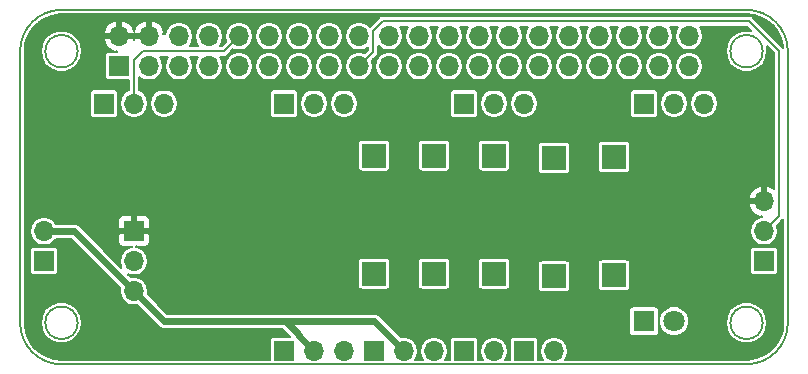
<source format=gbl>
G04 #@! TF.GenerationSoftware,KiCad,Pcbnew,(5.0.2)*
G04 #@! TF.CreationDate,2020-11-06T15:24:57+00:00*
G04 #@! TF.ProjectId,alto,616c746f-2e6b-4696-9361-645f70636258,rev?*
G04 #@! TF.SameCoordinates,Original*
G04 #@! TF.FileFunction,Copper,L2,Bot*
G04 #@! TF.FilePolarity,Positive*
%FSLAX46Y46*%
G04 Gerber Fmt 4.6, Leading zero omitted, Abs format (unit mm)*
G04 Created by KiCad (PCBNEW (5.0.2)) date Fri 06 Nov 2020 15:24:57 GMT*
%MOMM*%
%LPD*%
G01*
G04 APERTURE LIST*
G04 #@! TA.AperFunction,NonConductor*
%ADD10C,0.150000*%
G04 #@! TD*
G04 #@! TA.AperFunction,ComponentPad*
%ADD11C,1.800000*%
G04 #@! TD*
G04 #@! TA.AperFunction,ComponentPad*
%ADD12R,1.800000X1.800000*%
G04 #@! TD*
G04 #@! TA.AperFunction,ComponentPad*
%ADD13O,1.700000X1.700000*%
G04 #@! TD*
G04 #@! TA.AperFunction,ComponentPad*
%ADD14R,1.700000X1.700000*%
G04 #@! TD*
G04 #@! TA.AperFunction,ComponentPad*
%ADD15R,1.998980X1.998980*%
G04 #@! TD*
G04 #@! TA.AperFunction,Conductor*
%ADD16C,0.600000*%
G04 #@! TD*
G04 #@! TA.AperFunction,Conductor*
%ADD17C,0.200000*%
G04 #@! TD*
G04 APERTURE END LIST*
D10*
X157000000Y-80000000D02*
X161500000Y-80000000D01*
X103500000Y-80000000D02*
X157000000Y-80000000D01*
X104875000Y-76500000D02*
G75*
G03X104875000Y-76500000I-1375000J0D01*
G01*
X162875000Y-76500000D02*
G75*
G03X162875000Y-76500000I-1375000J0D01*
G01*
X100000000Y-76500000D02*
X100000000Y-53500000D01*
X165000000Y-53500000D02*
X165000000Y-76500000D01*
X103500000Y-50000000D02*
X161500000Y-50000000D01*
X103500000Y-80000000D02*
G75*
G02X100000000Y-76500000I0J3500000D01*
G01*
X165000000Y-76500000D02*
G75*
G02X161500000Y-80000000I-3500000J0D01*
G01*
X100000000Y-53500000D02*
G75*
G02X103500000Y-50000000I3500000J0D01*
G01*
X161500000Y-50000000D02*
G75*
G02X165000000Y-53500000I0J-3500000D01*
G01*
X162875000Y-53500000D02*
G75*
G03X162875000Y-53500000I-1375000J0D01*
G01*
X104875000Y-53500000D02*
G75*
G03X104875000Y-53500000I-1375000J0D01*
G01*
D11*
G04 #@! TO.P,J5,2*
G04 #@! TO.N,Net-(J5-Pad2)*
X155360000Y-76360000D03*
D12*
G04 #@! TO.P,J5,1*
G04 #@! TO.N,GND*
X152820000Y-76360000D03*
G04 #@! TD*
D13*
G04 #@! TO.P,J4,2*
G04 #@! TO.N,Net-(J4-Pad2)*
X145200000Y-78900000D03*
D14*
G04 #@! TO.P,J4,1*
G04 #@! TO.N,GND*
X142660000Y-78900000D03*
G04 #@! TD*
D13*
G04 #@! TO.P,J3,2*
G04 #@! TO.N,Net-(J3-Pad2)*
X140120000Y-78900000D03*
D14*
G04 #@! TO.P,J3,1*
G04 #@! TO.N,GND*
X137580000Y-78900000D03*
G04 #@! TD*
D13*
G04 #@! TO.P,J6,2*
G04 #@! TO.N,/VBUS*
X102020000Y-68740000D03*
D14*
G04 #@! TO.P,J6,1*
G04 #@! TO.N,GND*
X102020000Y-71280000D03*
G04 #@! TD*
G04 #@! TO.P,PI1,1*
G04 #@! TO.N,Net-(PI1-Pad1)*
X108370000Y-54770000D03*
D13*
G04 #@! TO.P,PI1,2*
G04 #@! TO.N,/5V*
X108370000Y-52230000D03*
G04 #@! TO.P,PI1,3*
G04 #@! TO.N,/SDA*
X110910000Y-54770000D03*
G04 #@! TO.P,PI1,4*
G04 #@! TO.N,/5V*
X110910000Y-52230000D03*
G04 #@! TO.P,PI1,5*
G04 #@! TO.N,/SCL*
X113450000Y-54770000D03*
G04 #@! TO.P,PI1,6*
G04 #@! TO.N,GND*
X113450000Y-52230000D03*
G04 #@! TO.P,PI1,7*
G04 #@! TO.N,Net-(PI1-Pad7)*
X115990000Y-54770000D03*
G04 #@! TO.P,PI1,8*
G04 #@! TO.N,/TX*
X115990000Y-52230000D03*
G04 #@! TO.P,PI1,9*
G04 #@! TO.N,GND*
X118530000Y-54770000D03*
G04 #@! TO.P,PI1,10*
G04 #@! TO.N,/RX*
X118530000Y-52230000D03*
G04 #@! TO.P,PI1,11*
G04 #@! TO.N,Net-(PI1-Pad11)*
X121070000Y-54770000D03*
G04 #@! TO.P,PI1,12*
G04 #@! TO.N,Net-(PI1-Pad12)*
X121070000Y-52230000D03*
G04 #@! TO.P,PI1,13*
G04 #@! TO.N,Net-(PI1-Pad13)*
X123610000Y-54770000D03*
G04 #@! TO.P,PI1,14*
G04 #@! TO.N,GND*
X123610000Y-52230000D03*
G04 #@! TO.P,PI1,15*
G04 #@! TO.N,Net-(PI1-Pad15)*
X126150000Y-54770000D03*
G04 #@! TO.P,PI1,16*
G04 #@! TO.N,Net-(PI1-Pad16)*
X126150000Y-52230000D03*
G04 #@! TO.P,PI1,17*
G04 #@! TO.N,/3.3V*
X128690000Y-54770000D03*
G04 #@! TO.P,PI1,18*
G04 #@! TO.N,Net-(PI1-Pad18)*
X128690000Y-52230000D03*
G04 #@! TO.P,PI1,19*
G04 #@! TO.N,/MOSI*
X131230000Y-54770000D03*
G04 #@! TO.P,PI1,20*
G04 #@! TO.N,GND*
X131230000Y-52230000D03*
G04 #@! TO.P,PI1,21*
G04 #@! TO.N,/MISO*
X133770000Y-54770000D03*
G04 #@! TO.P,PI1,22*
G04 #@! TO.N,Net-(PI1-Pad22)*
X133770000Y-52230000D03*
G04 #@! TO.P,PI1,23*
G04 #@! TO.N,/CLK*
X136310000Y-54770000D03*
G04 #@! TO.P,PI1,24*
G04 #@! TO.N,Net-(PI1-Pad24)*
X136310000Y-52230000D03*
G04 #@! TO.P,PI1,25*
G04 #@! TO.N,GND*
X138850000Y-54770000D03*
G04 #@! TO.P,PI1,26*
G04 #@! TO.N,Net-(PI1-Pad26)*
X138850000Y-52230000D03*
G04 #@! TO.P,PI1,27*
G04 #@! TO.N,Net-(PI1-Pad27)*
X141390000Y-54770000D03*
G04 #@! TO.P,PI1,28*
G04 #@! TO.N,Net-(PI1-Pad28)*
X141390000Y-52230000D03*
G04 #@! TO.P,PI1,29*
G04 #@! TO.N,Net-(PI1-Pad29)*
X143930000Y-54770000D03*
G04 #@! TO.P,PI1,30*
G04 #@! TO.N,GND*
X143930000Y-52230000D03*
G04 #@! TO.P,PI1,31*
G04 #@! TO.N,Net-(PI1-Pad31)*
X146470000Y-54770000D03*
G04 #@! TO.P,PI1,32*
G04 #@! TO.N,Net-(PI1-Pad32)*
X146470000Y-52230000D03*
G04 #@! TO.P,PI1,33*
G04 #@! TO.N,/GPIO13*
X149010000Y-54770000D03*
G04 #@! TO.P,PI1,34*
G04 #@! TO.N,GND*
X149010000Y-52230000D03*
G04 #@! TO.P,PI1,35*
G04 #@! TO.N,/GPIO19*
X151550000Y-54770000D03*
G04 #@! TO.P,PI1,36*
G04 #@! TO.N,Net-(PI1-Pad36)*
X151550000Y-52230000D03*
G04 #@! TO.P,PI1,37*
G04 #@! TO.N,/GPIO26*
X154090000Y-54770000D03*
G04 #@! TO.P,PI1,38*
G04 #@! TO.N,Net-(PI1-Pad38)*
X154090000Y-52230000D03*
G04 #@! TO.P,PI1,39*
G04 #@! TO.N,GND*
X156630000Y-54770000D03*
G04 #@! TO.P,PI1,40*
G04 #@! TO.N,Net-(PI1-Pad40)*
X156630000Y-52230000D03*
G04 #@! TD*
G04 #@! TO.P,J1,3*
G04 #@! TO.N,Net-(J1-Pad3)*
X127420000Y-78900000D03*
G04 #@! TO.P,J1,2*
G04 #@! TO.N,/VBUS*
X124880000Y-78900000D03*
D14*
G04 #@! TO.P,J1,1*
G04 #@! TO.N,GND*
X122340000Y-78900000D03*
G04 #@! TD*
D13*
G04 #@! TO.P,J2,3*
G04 #@! TO.N,Net-(J2-Pad3)*
X135040000Y-78900000D03*
G04 #@! TO.P,J2,2*
G04 #@! TO.N,/VBUS*
X132500000Y-78900000D03*
D14*
G04 #@! TO.P,J2,1*
G04 #@! TO.N,GND*
X129960000Y-78900000D03*
G04 #@! TD*
D13*
G04 #@! TO.P,J7,3*
G04 #@! TO.N,/VBUS*
X109640000Y-73820000D03*
G04 #@! TO.P,J7,2*
G04 #@! TO.N,GND*
X109640000Y-71280000D03*
D14*
G04 #@! TO.P,J7,1*
G04 #@! TO.N,/5V*
X109640000Y-68740000D03*
G04 #@! TD*
D15*
G04 #@! TO.P,R3,2*
G04 #@! TO.N,Net-(PI1-Pad29)*
X140120000Y-62341740D03*
G04 #@! TO.P,R3,1*
G04 #@! TO.N,Net-(J3-Pad2)*
X140120000Y-72344260D03*
G04 #@! TD*
G04 #@! TO.P,R5,1*
G04 #@! TO.N,Net-(J5-Pad2)*
X150280000Y-72471260D03*
G04 #@! TO.P,R5,2*
G04 #@! TO.N,Net-(PI1-Pad36)*
X150280000Y-62468740D03*
G04 #@! TD*
G04 #@! TO.P,R4,1*
G04 #@! TO.N,Net-(J4-Pad2)*
X145200000Y-72550000D03*
G04 #@! TO.P,R4,2*
G04 #@! TO.N,Net-(PI1-Pad31)*
X145200000Y-62547480D03*
G04 #@! TD*
G04 #@! TO.P,R1,2*
G04 #@! TO.N,Net-(PI1-Pad18)*
X129960000Y-62341740D03*
G04 #@! TO.P,R1,1*
G04 #@! TO.N,Net-(J1-Pad3)*
X129960000Y-72344260D03*
G04 #@! TD*
G04 #@! TO.P,R2,1*
G04 #@! TO.N,Net-(J2-Pad3)*
X135040000Y-72344260D03*
G04 #@! TO.P,R2,2*
G04 #@! TO.N,Net-(PI1-Pad22)*
X135040000Y-62341740D03*
G04 #@! TD*
D13*
G04 #@! TO.P,J10,3*
G04 #@! TO.N,/CLK*
X142660000Y-57945000D03*
G04 #@! TO.P,J10,2*
G04 #@! TO.N,/MISO*
X140120000Y-57945000D03*
D14*
G04 #@! TO.P,J10,1*
G04 #@! TO.N,/MOSI*
X137580000Y-57945000D03*
G04 #@! TD*
G04 #@! TO.P,J11,1*
G04 #@! TO.N,/GPIO13*
X152820000Y-57945000D03*
D13*
G04 #@! TO.P,J11,2*
G04 #@! TO.N,/GPIO19*
X155360000Y-57945000D03*
G04 #@! TO.P,J11,3*
G04 #@! TO.N,/GPIO26*
X157900000Y-57945000D03*
G04 #@! TD*
D14*
G04 #@! TO.P,J12,1*
G04 #@! TO.N,GND*
X162980000Y-71280000D03*
D13*
G04 #@! TO.P,J12,2*
G04 #@! TO.N,/3.3V*
X162980000Y-68740000D03*
G04 #@! TO.P,J12,3*
G04 #@! TO.N,/5V*
X162980000Y-66200000D03*
G04 #@! TD*
G04 #@! TO.P,J8,3*
G04 #@! TO.N,GND*
X112180000Y-57945000D03*
G04 #@! TO.P,J8,2*
G04 #@! TO.N,/RX*
X109640000Y-57945000D03*
D14*
G04 #@! TO.P,J8,1*
G04 #@! TO.N,/TX*
X107100000Y-57945000D03*
G04 #@! TD*
G04 #@! TO.P,J9,1*
G04 #@! TO.N,/SDA*
X122340000Y-57945000D03*
D13*
G04 #@! TO.P,J9,2*
G04 #@! TO.N,/SCL*
X124880000Y-57945000D03*
G04 #@! TO.P,J9,3*
G04 #@! TO.N,GND*
X127420000Y-57945000D03*
G04 #@! TD*
D16*
G04 #@! TO.N,/VBUS*
X104560000Y-68740000D02*
X109640000Y-73820000D01*
X102020000Y-68740000D02*
X104560000Y-68740000D01*
X123610000Y-77630000D02*
X123610000Y-77499999D01*
X124880000Y-78900000D02*
X123610000Y-77630000D01*
X112180000Y-76360000D02*
X110489999Y-74669999D01*
X122470001Y-76360000D02*
X112180000Y-76360000D01*
X110489999Y-74669999D02*
X109640000Y-73820000D01*
X123610000Y-77499999D02*
X122470001Y-76360000D01*
X124749999Y-76360000D02*
X122340000Y-76360000D01*
X129960000Y-76360000D02*
X124749999Y-76360000D01*
X132500000Y-78900000D02*
X129960000Y-76360000D01*
D17*
G04 #@! TO.N,/RX*
X109640000Y-56742919D02*
X109640000Y-57945000D01*
X118530000Y-52230000D02*
X117260000Y-53500000D01*
X109640000Y-54263998D02*
X109640000Y-56742919D01*
X117260000Y-53500000D02*
X110403998Y-53500000D01*
X110403998Y-53500000D02*
X109640000Y-54263998D01*
G04 #@! TO.N,/3.3V*
X163829999Y-67890001D02*
X162980000Y-68740000D01*
X164250000Y-67470000D02*
X163829999Y-67890001D01*
X164250000Y-53500000D02*
X164250000Y-67470000D01*
X161710000Y-50960000D02*
X164250000Y-53500000D01*
X128690000Y-54770000D02*
X129890001Y-53569999D01*
X129890001Y-51793997D02*
X130723998Y-50960000D01*
X129890001Y-53569999D02*
X129890001Y-51793997D01*
X130723998Y-50960000D02*
X161710000Y-50960000D01*
G04 #@! TD*
G04 #@! TO.N,/5V*
G36*
X162170577Y-50450055D02*
X162809861Y-50665198D01*
X163388040Y-51012602D01*
X163878127Y-51476055D01*
X164257263Y-52033937D01*
X164507757Y-52660217D01*
X164599213Y-53212656D01*
X164574432Y-53175568D01*
X164536858Y-53150462D01*
X162059540Y-50673145D01*
X162034432Y-50635568D01*
X161885581Y-50536109D01*
X161754321Y-50510000D01*
X161754320Y-50510000D01*
X161710000Y-50501184D01*
X161665680Y-50510000D01*
X130768318Y-50510000D01*
X130723998Y-50501184D01*
X130679678Y-50510000D01*
X130679677Y-50510000D01*
X130548417Y-50536109D01*
X130399566Y-50635568D01*
X130374459Y-50673143D01*
X129606263Y-51441340D01*
X129555152Y-51364848D01*
X129158217Y-51099625D01*
X128808188Y-51030000D01*
X128571812Y-51030000D01*
X128221783Y-51099625D01*
X127824848Y-51364848D01*
X127559625Y-51761783D01*
X127466491Y-52230000D01*
X127559625Y-52698217D01*
X127824848Y-53095152D01*
X128221783Y-53360375D01*
X128571812Y-53430000D01*
X128808188Y-53430000D01*
X129158217Y-53360375D01*
X129440001Y-53172093D01*
X129440001Y-53383603D01*
X129173660Y-53649944D01*
X129158217Y-53639625D01*
X128808188Y-53570000D01*
X128571812Y-53570000D01*
X128221783Y-53639625D01*
X127824848Y-53904848D01*
X127559625Y-54301783D01*
X127466491Y-54770000D01*
X127559625Y-55238217D01*
X127824848Y-55635152D01*
X128221783Y-55900375D01*
X128571812Y-55970000D01*
X128808188Y-55970000D01*
X129158217Y-55900375D01*
X129555152Y-55635152D01*
X129820375Y-55238217D01*
X129913509Y-54770000D01*
X130006491Y-54770000D01*
X130099625Y-55238217D01*
X130364848Y-55635152D01*
X130761783Y-55900375D01*
X131111812Y-55970000D01*
X131348188Y-55970000D01*
X131698217Y-55900375D01*
X132095152Y-55635152D01*
X132360375Y-55238217D01*
X132453509Y-54770000D01*
X132546491Y-54770000D01*
X132639625Y-55238217D01*
X132904848Y-55635152D01*
X133301783Y-55900375D01*
X133651812Y-55970000D01*
X133888188Y-55970000D01*
X134238217Y-55900375D01*
X134635152Y-55635152D01*
X134900375Y-55238217D01*
X134993509Y-54770000D01*
X135086491Y-54770000D01*
X135179625Y-55238217D01*
X135444848Y-55635152D01*
X135841783Y-55900375D01*
X136191812Y-55970000D01*
X136428188Y-55970000D01*
X136778217Y-55900375D01*
X137175152Y-55635152D01*
X137440375Y-55238217D01*
X137533509Y-54770000D01*
X137626491Y-54770000D01*
X137719625Y-55238217D01*
X137984848Y-55635152D01*
X138381783Y-55900375D01*
X138731812Y-55970000D01*
X138968188Y-55970000D01*
X139318217Y-55900375D01*
X139715152Y-55635152D01*
X139980375Y-55238217D01*
X140073509Y-54770000D01*
X140166491Y-54770000D01*
X140259625Y-55238217D01*
X140524848Y-55635152D01*
X140921783Y-55900375D01*
X141271812Y-55970000D01*
X141508188Y-55970000D01*
X141858217Y-55900375D01*
X142255152Y-55635152D01*
X142520375Y-55238217D01*
X142613509Y-54770000D01*
X142706491Y-54770000D01*
X142799625Y-55238217D01*
X143064848Y-55635152D01*
X143461783Y-55900375D01*
X143811812Y-55970000D01*
X144048188Y-55970000D01*
X144398217Y-55900375D01*
X144795152Y-55635152D01*
X145060375Y-55238217D01*
X145153509Y-54770000D01*
X145246491Y-54770000D01*
X145339625Y-55238217D01*
X145604848Y-55635152D01*
X146001783Y-55900375D01*
X146351812Y-55970000D01*
X146588188Y-55970000D01*
X146938217Y-55900375D01*
X147335152Y-55635152D01*
X147600375Y-55238217D01*
X147693509Y-54770000D01*
X147786491Y-54770000D01*
X147879625Y-55238217D01*
X148144848Y-55635152D01*
X148541783Y-55900375D01*
X148891812Y-55970000D01*
X149128188Y-55970000D01*
X149478217Y-55900375D01*
X149875152Y-55635152D01*
X150140375Y-55238217D01*
X150233509Y-54770000D01*
X150326491Y-54770000D01*
X150419625Y-55238217D01*
X150684848Y-55635152D01*
X151081783Y-55900375D01*
X151431812Y-55970000D01*
X151668188Y-55970000D01*
X152018217Y-55900375D01*
X152415152Y-55635152D01*
X152680375Y-55238217D01*
X152773509Y-54770000D01*
X152866491Y-54770000D01*
X152959625Y-55238217D01*
X153224848Y-55635152D01*
X153621783Y-55900375D01*
X153971812Y-55970000D01*
X154208188Y-55970000D01*
X154558217Y-55900375D01*
X154955152Y-55635152D01*
X155220375Y-55238217D01*
X155313509Y-54770000D01*
X155406491Y-54770000D01*
X155499625Y-55238217D01*
X155764848Y-55635152D01*
X156161783Y-55900375D01*
X156511812Y-55970000D01*
X156748188Y-55970000D01*
X157098217Y-55900375D01*
X157495152Y-55635152D01*
X157760375Y-55238217D01*
X157853509Y-54770000D01*
X157760375Y-54301783D01*
X157495152Y-53904848D01*
X157098217Y-53639625D01*
X156748188Y-53570000D01*
X156511812Y-53570000D01*
X156161783Y-53639625D01*
X155764848Y-53904848D01*
X155499625Y-54301783D01*
X155406491Y-54770000D01*
X155313509Y-54770000D01*
X155220375Y-54301783D01*
X154955152Y-53904848D01*
X154558217Y-53639625D01*
X154208188Y-53570000D01*
X153971812Y-53570000D01*
X153621783Y-53639625D01*
X153224848Y-53904848D01*
X152959625Y-54301783D01*
X152866491Y-54770000D01*
X152773509Y-54770000D01*
X152680375Y-54301783D01*
X152415152Y-53904848D01*
X152018217Y-53639625D01*
X151668188Y-53570000D01*
X151431812Y-53570000D01*
X151081783Y-53639625D01*
X150684848Y-53904848D01*
X150419625Y-54301783D01*
X150326491Y-54770000D01*
X150233509Y-54770000D01*
X150140375Y-54301783D01*
X149875152Y-53904848D01*
X149478217Y-53639625D01*
X149128188Y-53570000D01*
X148891812Y-53570000D01*
X148541783Y-53639625D01*
X148144848Y-53904848D01*
X147879625Y-54301783D01*
X147786491Y-54770000D01*
X147693509Y-54770000D01*
X147600375Y-54301783D01*
X147335152Y-53904848D01*
X146938217Y-53639625D01*
X146588188Y-53570000D01*
X146351812Y-53570000D01*
X146001783Y-53639625D01*
X145604848Y-53904848D01*
X145339625Y-54301783D01*
X145246491Y-54770000D01*
X145153509Y-54770000D01*
X145060375Y-54301783D01*
X144795152Y-53904848D01*
X144398217Y-53639625D01*
X144048188Y-53570000D01*
X143811812Y-53570000D01*
X143461783Y-53639625D01*
X143064848Y-53904848D01*
X142799625Y-54301783D01*
X142706491Y-54770000D01*
X142613509Y-54770000D01*
X142520375Y-54301783D01*
X142255152Y-53904848D01*
X141858217Y-53639625D01*
X141508188Y-53570000D01*
X141271812Y-53570000D01*
X140921783Y-53639625D01*
X140524848Y-53904848D01*
X140259625Y-54301783D01*
X140166491Y-54770000D01*
X140073509Y-54770000D01*
X139980375Y-54301783D01*
X139715152Y-53904848D01*
X139318217Y-53639625D01*
X138968188Y-53570000D01*
X138731812Y-53570000D01*
X138381783Y-53639625D01*
X137984848Y-53904848D01*
X137719625Y-54301783D01*
X137626491Y-54770000D01*
X137533509Y-54770000D01*
X137440375Y-54301783D01*
X137175152Y-53904848D01*
X136778217Y-53639625D01*
X136428188Y-53570000D01*
X136191812Y-53570000D01*
X135841783Y-53639625D01*
X135444848Y-53904848D01*
X135179625Y-54301783D01*
X135086491Y-54770000D01*
X134993509Y-54770000D01*
X134900375Y-54301783D01*
X134635152Y-53904848D01*
X134238217Y-53639625D01*
X133888188Y-53570000D01*
X133651812Y-53570000D01*
X133301783Y-53639625D01*
X132904848Y-53904848D01*
X132639625Y-54301783D01*
X132546491Y-54770000D01*
X132453509Y-54770000D01*
X132360375Y-54301783D01*
X132095152Y-53904848D01*
X131698217Y-53639625D01*
X131348188Y-53570000D01*
X131111812Y-53570000D01*
X130761783Y-53639625D01*
X130364848Y-53904848D01*
X130099625Y-54301783D01*
X130006491Y-54770000D01*
X129913509Y-54770000D01*
X129820375Y-54301783D01*
X129810056Y-54286340D01*
X130176859Y-53919537D01*
X130214433Y-53894431D01*
X130313892Y-53745580D01*
X130340001Y-53614320D01*
X130340001Y-53614319D01*
X130348817Y-53569999D01*
X130340001Y-53525679D01*
X130340001Y-53057966D01*
X130364848Y-53095152D01*
X130761783Y-53360375D01*
X131111812Y-53430000D01*
X131348188Y-53430000D01*
X131698217Y-53360375D01*
X132095152Y-53095152D01*
X132360375Y-52698217D01*
X132453509Y-52230000D01*
X132360375Y-51761783D01*
X132125322Y-51410000D01*
X132874678Y-51410000D01*
X132639625Y-51761783D01*
X132546491Y-52230000D01*
X132639625Y-52698217D01*
X132904848Y-53095152D01*
X133301783Y-53360375D01*
X133651812Y-53430000D01*
X133888188Y-53430000D01*
X134238217Y-53360375D01*
X134635152Y-53095152D01*
X134900375Y-52698217D01*
X134993509Y-52230000D01*
X134900375Y-51761783D01*
X134665322Y-51410000D01*
X135414678Y-51410000D01*
X135179625Y-51761783D01*
X135086491Y-52230000D01*
X135179625Y-52698217D01*
X135444848Y-53095152D01*
X135841783Y-53360375D01*
X136191812Y-53430000D01*
X136428188Y-53430000D01*
X136778217Y-53360375D01*
X137175152Y-53095152D01*
X137440375Y-52698217D01*
X137533509Y-52230000D01*
X137440375Y-51761783D01*
X137205322Y-51410000D01*
X137954678Y-51410000D01*
X137719625Y-51761783D01*
X137626491Y-52230000D01*
X137719625Y-52698217D01*
X137984848Y-53095152D01*
X138381783Y-53360375D01*
X138731812Y-53430000D01*
X138968188Y-53430000D01*
X139318217Y-53360375D01*
X139715152Y-53095152D01*
X139980375Y-52698217D01*
X140073509Y-52230000D01*
X139980375Y-51761783D01*
X139745322Y-51410000D01*
X140494678Y-51410000D01*
X140259625Y-51761783D01*
X140166491Y-52230000D01*
X140259625Y-52698217D01*
X140524848Y-53095152D01*
X140921783Y-53360375D01*
X141271812Y-53430000D01*
X141508188Y-53430000D01*
X141858217Y-53360375D01*
X142255152Y-53095152D01*
X142520375Y-52698217D01*
X142613509Y-52230000D01*
X142520375Y-51761783D01*
X142285322Y-51410000D01*
X143034678Y-51410000D01*
X142799625Y-51761783D01*
X142706491Y-52230000D01*
X142799625Y-52698217D01*
X143064848Y-53095152D01*
X143461783Y-53360375D01*
X143811812Y-53430000D01*
X144048188Y-53430000D01*
X144398217Y-53360375D01*
X144795152Y-53095152D01*
X145060375Y-52698217D01*
X145153509Y-52230000D01*
X145060375Y-51761783D01*
X144825322Y-51410000D01*
X145574678Y-51410000D01*
X145339625Y-51761783D01*
X145246491Y-52230000D01*
X145339625Y-52698217D01*
X145604848Y-53095152D01*
X146001783Y-53360375D01*
X146351812Y-53430000D01*
X146588188Y-53430000D01*
X146938217Y-53360375D01*
X147335152Y-53095152D01*
X147600375Y-52698217D01*
X147693509Y-52230000D01*
X147600375Y-51761783D01*
X147365322Y-51410000D01*
X148114678Y-51410000D01*
X147879625Y-51761783D01*
X147786491Y-52230000D01*
X147879625Y-52698217D01*
X148144848Y-53095152D01*
X148541783Y-53360375D01*
X148891812Y-53430000D01*
X149128188Y-53430000D01*
X149478217Y-53360375D01*
X149875152Y-53095152D01*
X150140375Y-52698217D01*
X150233509Y-52230000D01*
X150140375Y-51761783D01*
X149905322Y-51410000D01*
X150654678Y-51410000D01*
X150419625Y-51761783D01*
X150326491Y-52230000D01*
X150419625Y-52698217D01*
X150684848Y-53095152D01*
X151081783Y-53360375D01*
X151431812Y-53430000D01*
X151668188Y-53430000D01*
X152018217Y-53360375D01*
X152415152Y-53095152D01*
X152680375Y-52698217D01*
X152773509Y-52230000D01*
X152680375Y-51761783D01*
X152445322Y-51410000D01*
X153194678Y-51410000D01*
X152959625Y-51761783D01*
X152866491Y-52230000D01*
X152959625Y-52698217D01*
X153224848Y-53095152D01*
X153621783Y-53360375D01*
X153971812Y-53430000D01*
X154208188Y-53430000D01*
X154558217Y-53360375D01*
X154955152Y-53095152D01*
X155220375Y-52698217D01*
X155313509Y-52230000D01*
X155220375Y-51761783D01*
X154985322Y-51410000D01*
X155734678Y-51410000D01*
X155499625Y-51761783D01*
X155406491Y-52230000D01*
X155499625Y-52698217D01*
X155764848Y-53095152D01*
X156161783Y-53360375D01*
X156511812Y-53430000D01*
X156748188Y-53430000D01*
X157098217Y-53360375D01*
X157495152Y-53095152D01*
X157760375Y-52698217D01*
X157853509Y-52230000D01*
X157760375Y-51761783D01*
X157525322Y-51410000D01*
X161523605Y-51410000D01*
X161906626Y-51793021D01*
X161807357Y-51756890D01*
X161192643Y-51756890D01*
X160615000Y-51967135D01*
X160144101Y-52362266D01*
X159836744Y-52894624D01*
X159730000Y-53500000D01*
X159836744Y-54105376D01*
X160144101Y-54637734D01*
X160615000Y-55032865D01*
X161192643Y-55243110D01*
X161807357Y-55243110D01*
X162385000Y-55032865D01*
X162855899Y-54637734D01*
X163163256Y-54105376D01*
X163270000Y-53500000D01*
X163196443Y-53082839D01*
X163800000Y-53686396D01*
X163800001Y-65130801D01*
X163341914Y-64899403D01*
X163134000Y-64983800D01*
X163134000Y-66046000D01*
X163154000Y-66046000D01*
X163154000Y-66354000D01*
X163134000Y-66354000D01*
X163134000Y-66374000D01*
X162826000Y-66374000D01*
X162826000Y-66354000D01*
X161764719Y-66354000D01*
X161679415Y-66561912D01*
X161804427Y-66863749D01*
X162147918Y-67263096D01*
X162618086Y-67500597D01*
X162825998Y-67416201D01*
X162825998Y-67547124D01*
X162511783Y-67609625D01*
X162114848Y-67874848D01*
X161849625Y-68271783D01*
X161756491Y-68740000D01*
X161849625Y-69208217D01*
X162114848Y-69605152D01*
X162511783Y-69870375D01*
X162861812Y-69940000D01*
X163098188Y-69940000D01*
X163448217Y-69870375D01*
X163845152Y-69605152D01*
X164110375Y-69208217D01*
X164203509Y-68740000D01*
X164110375Y-68271783D01*
X164100056Y-68256340D01*
X164179536Y-68176860D01*
X164179538Y-68176857D01*
X164536857Y-67819539D01*
X164574432Y-67794432D01*
X164625001Y-67718751D01*
X164625001Y-76479678D01*
X164549945Y-77170577D01*
X164334802Y-77809861D01*
X163987400Y-78388037D01*
X163523947Y-78878126D01*
X162966063Y-79257263D01*
X162339780Y-79507759D01*
X161659348Y-79620403D01*
X161494757Y-79625000D01*
X146158798Y-79625000D01*
X146330375Y-79368217D01*
X146423509Y-78900000D01*
X146330375Y-78431783D01*
X146065152Y-78034848D01*
X145668217Y-77769625D01*
X145318188Y-77700000D01*
X145081812Y-77700000D01*
X144731783Y-77769625D01*
X144334848Y-78034848D01*
X144069625Y-78431783D01*
X143976491Y-78900000D01*
X144069625Y-79368217D01*
X144241202Y-79625000D01*
X143866856Y-79625000D01*
X143866856Y-78050000D01*
X143839692Y-77913437D01*
X143762335Y-77797665D01*
X143646563Y-77720308D01*
X143510000Y-77693144D01*
X141810000Y-77693144D01*
X141673437Y-77720308D01*
X141557665Y-77797665D01*
X141480308Y-77913437D01*
X141453144Y-78050000D01*
X141453144Y-79625000D01*
X141078798Y-79625000D01*
X141250375Y-79368217D01*
X141343509Y-78900000D01*
X141250375Y-78431783D01*
X140985152Y-78034848D01*
X140588217Y-77769625D01*
X140238188Y-77700000D01*
X140001812Y-77700000D01*
X139651783Y-77769625D01*
X139254848Y-78034848D01*
X138989625Y-78431783D01*
X138896491Y-78900000D01*
X138989625Y-79368217D01*
X139161202Y-79625000D01*
X138786856Y-79625000D01*
X138786856Y-78050000D01*
X138759692Y-77913437D01*
X138682335Y-77797665D01*
X138566563Y-77720308D01*
X138430000Y-77693144D01*
X136730000Y-77693144D01*
X136593437Y-77720308D01*
X136477665Y-77797665D01*
X136400308Y-77913437D01*
X136373144Y-78050000D01*
X136373144Y-79625000D01*
X135998798Y-79625000D01*
X136170375Y-79368217D01*
X136263509Y-78900000D01*
X136170375Y-78431783D01*
X135905152Y-78034848D01*
X135508217Y-77769625D01*
X135158188Y-77700000D01*
X134921812Y-77700000D01*
X134571783Y-77769625D01*
X134174848Y-78034848D01*
X133909625Y-78431783D01*
X133816491Y-78900000D01*
X133909625Y-79368217D01*
X134081202Y-79625000D01*
X133458798Y-79625000D01*
X133630375Y-79368217D01*
X133723509Y-78900000D01*
X133630375Y-78431783D01*
X133365152Y-78034848D01*
X132968217Y-77769625D01*
X132618188Y-77700000D01*
X132381812Y-77700000D01*
X132246211Y-77726973D01*
X130464891Y-75945654D01*
X130428624Y-75891376D01*
X130213617Y-75747714D01*
X130024018Y-75710000D01*
X130024016Y-75710000D01*
X129960000Y-75697266D01*
X129895984Y-75710000D01*
X122534017Y-75710000D01*
X122470001Y-75697266D01*
X122405985Y-75710000D01*
X112449239Y-75710000D01*
X112199239Y-75460000D01*
X151563144Y-75460000D01*
X151563144Y-77260000D01*
X151590308Y-77396563D01*
X151667665Y-77512335D01*
X151783437Y-77589692D01*
X151920000Y-77616856D01*
X153720000Y-77616856D01*
X153856563Y-77589692D01*
X153972335Y-77512335D01*
X154049692Y-77396563D01*
X154076856Y-77260000D01*
X154076856Y-76111360D01*
X154110000Y-76111360D01*
X154110000Y-76608640D01*
X154300301Y-77068068D01*
X154651932Y-77419699D01*
X155111360Y-77610000D01*
X155608640Y-77610000D01*
X156068068Y-77419699D01*
X156419699Y-77068068D01*
X156610000Y-76608640D01*
X156610000Y-76500000D01*
X159730000Y-76500000D01*
X159836744Y-77105376D01*
X160144101Y-77637734D01*
X160615000Y-78032865D01*
X161192643Y-78243110D01*
X161807357Y-78243110D01*
X162385000Y-78032865D01*
X162855899Y-77637734D01*
X163163256Y-77105376D01*
X163270000Y-76500000D01*
X163163256Y-75894624D01*
X162855899Y-75362266D01*
X162385000Y-74967135D01*
X161807357Y-74756890D01*
X161192643Y-74756890D01*
X160615000Y-74967135D01*
X160144101Y-75362266D01*
X159836744Y-75894624D01*
X159730000Y-76500000D01*
X156610000Y-76500000D01*
X156610000Y-76111360D01*
X156419699Y-75651932D01*
X156068068Y-75300301D01*
X155608640Y-75110000D01*
X155111360Y-75110000D01*
X154651932Y-75300301D01*
X154300301Y-75651932D01*
X154110000Y-76111360D01*
X154076856Y-76111360D01*
X154076856Y-75460000D01*
X154049692Y-75323437D01*
X153972335Y-75207665D01*
X153856563Y-75130308D01*
X153720000Y-75103144D01*
X151920000Y-75103144D01*
X151783437Y-75130308D01*
X151667665Y-75207665D01*
X151590308Y-75323437D01*
X151563144Y-75460000D01*
X112199239Y-75460000D01*
X110994887Y-74255650D01*
X110994885Y-74255647D01*
X110813027Y-74073789D01*
X110863509Y-73820000D01*
X110770375Y-73351783D01*
X110505152Y-72954848D01*
X110108217Y-72689625D01*
X109758188Y-72620000D01*
X109521812Y-72620000D01*
X109386211Y-72646973D01*
X109104972Y-72365733D01*
X109171783Y-72410375D01*
X109521812Y-72480000D01*
X109758188Y-72480000D01*
X110108217Y-72410375D01*
X110505152Y-72145152D01*
X110770375Y-71748217D01*
X110850625Y-71344770D01*
X128603654Y-71344770D01*
X128603654Y-73343750D01*
X128630818Y-73480313D01*
X128708175Y-73596085D01*
X128823947Y-73673442D01*
X128960510Y-73700606D01*
X130959490Y-73700606D01*
X131096053Y-73673442D01*
X131211825Y-73596085D01*
X131289182Y-73480313D01*
X131316346Y-73343750D01*
X131316346Y-71344770D01*
X133683654Y-71344770D01*
X133683654Y-73343750D01*
X133710818Y-73480313D01*
X133788175Y-73596085D01*
X133903947Y-73673442D01*
X134040510Y-73700606D01*
X136039490Y-73700606D01*
X136176053Y-73673442D01*
X136291825Y-73596085D01*
X136369182Y-73480313D01*
X136396346Y-73343750D01*
X136396346Y-71344770D01*
X138763654Y-71344770D01*
X138763654Y-73343750D01*
X138790818Y-73480313D01*
X138868175Y-73596085D01*
X138983947Y-73673442D01*
X139120510Y-73700606D01*
X141119490Y-73700606D01*
X141256053Y-73673442D01*
X141371825Y-73596085D01*
X141449182Y-73480313D01*
X141476346Y-73343750D01*
X141476346Y-71550510D01*
X143843654Y-71550510D01*
X143843654Y-73549490D01*
X143870818Y-73686053D01*
X143948175Y-73801825D01*
X144063947Y-73879182D01*
X144200510Y-73906346D01*
X146199490Y-73906346D01*
X146336053Y-73879182D01*
X146451825Y-73801825D01*
X146529182Y-73686053D01*
X146556346Y-73549490D01*
X146556346Y-71550510D01*
X146540684Y-71471770D01*
X148923654Y-71471770D01*
X148923654Y-73470750D01*
X148950818Y-73607313D01*
X149028175Y-73723085D01*
X149143947Y-73800442D01*
X149280510Y-73827606D01*
X151279490Y-73827606D01*
X151416053Y-73800442D01*
X151531825Y-73723085D01*
X151609182Y-73607313D01*
X151636346Y-73470750D01*
X151636346Y-71471770D01*
X151609182Y-71335207D01*
X151531825Y-71219435D01*
X151416053Y-71142078D01*
X151279490Y-71114914D01*
X149280510Y-71114914D01*
X149143947Y-71142078D01*
X149028175Y-71219435D01*
X148950818Y-71335207D01*
X148923654Y-71471770D01*
X146540684Y-71471770D01*
X146529182Y-71413947D01*
X146451825Y-71298175D01*
X146336053Y-71220818D01*
X146199490Y-71193654D01*
X144200510Y-71193654D01*
X144063947Y-71220818D01*
X143948175Y-71298175D01*
X143870818Y-71413947D01*
X143843654Y-71550510D01*
X141476346Y-71550510D01*
X141476346Y-71344770D01*
X141449182Y-71208207D01*
X141371825Y-71092435D01*
X141256053Y-71015078D01*
X141119490Y-70987914D01*
X139120510Y-70987914D01*
X138983947Y-71015078D01*
X138868175Y-71092435D01*
X138790818Y-71208207D01*
X138763654Y-71344770D01*
X136396346Y-71344770D01*
X136369182Y-71208207D01*
X136291825Y-71092435D01*
X136176053Y-71015078D01*
X136039490Y-70987914D01*
X134040510Y-70987914D01*
X133903947Y-71015078D01*
X133788175Y-71092435D01*
X133710818Y-71208207D01*
X133683654Y-71344770D01*
X131316346Y-71344770D01*
X131289182Y-71208207D01*
X131211825Y-71092435D01*
X131096053Y-71015078D01*
X130959490Y-70987914D01*
X128960510Y-70987914D01*
X128823947Y-71015078D01*
X128708175Y-71092435D01*
X128630818Y-71208207D01*
X128603654Y-71344770D01*
X110850625Y-71344770D01*
X110863509Y-71280000D01*
X110770375Y-70811783D01*
X110515277Y-70430000D01*
X161773144Y-70430000D01*
X161773144Y-72130000D01*
X161800308Y-72266563D01*
X161877665Y-72382335D01*
X161993437Y-72459692D01*
X162130000Y-72486856D01*
X163830000Y-72486856D01*
X163966563Y-72459692D01*
X164082335Y-72382335D01*
X164159692Y-72266563D01*
X164186856Y-72130000D01*
X164186856Y-70430000D01*
X164159692Y-70293437D01*
X164082335Y-70177665D01*
X163966563Y-70100308D01*
X163830000Y-70073144D01*
X162130000Y-70073144D01*
X161993437Y-70100308D01*
X161877665Y-70177665D01*
X161800308Y-70293437D01*
X161773144Y-70430000D01*
X110515277Y-70430000D01*
X110505152Y-70414848D01*
X110108217Y-70149625D01*
X109794002Y-70087124D01*
X109794002Y-69965002D01*
X109919000Y-70090000D01*
X110589456Y-70090000D01*
X110773227Y-70013880D01*
X110913879Y-69873227D01*
X110990000Y-69689456D01*
X110990000Y-69019000D01*
X110865000Y-68894000D01*
X109794000Y-68894000D01*
X109794000Y-68914000D01*
X109486000Y-68914000D01*
X109486000Y-68894000D01*
X108415000Y-68894000D01*
X108290000Y-69019000D01*
X108290000Y-69689456D01*
X108366121Y-69873227D01*
X108506773Y-70013880D01*
X108690544Y-70090000D01*
X109361000Y-70090000D01*
X109485998Y-69965002D01*
X109485998Y-70087124D01*
X109171783Y-70149625D01*
X108774848Y-70414848D01*
X108509625Y-70811783D01*
X108416491Y-71280000D01*
X108509625Y-71748217D01*
X108554267Y-71815029D01*
X105064891Y-68325654D01*
X105028624Y-68271376D01*
X104813617Y-68127714D01*
X104624018Y-68090000D01*
X104624016Y-68090000D01*
X104560000Y-68077266D01*
X104495984Y-68090000D01*
X103028912Y-68090000D01*
X102885152Y-67874848D01*
X102758982Y-67790544D01*
X108290000Y-67790544D01*
X108290000Y-68461000D01*
X108415000Y-68586000D01*
X109486000Y-68586000D01*
X109486000Y-67515000D01*
X109794000Y-67515000D01*
X109794000Y-68586000D01*
X110865000Y-68586000D01*
X110990000Y-68461000D01*
X110990000Y-67790544D01*
X110913879Y-67606773D01*
X110773227Y-67466120D01*
X110589456Y-67390000D01*
X109919000Y-67390000D01*
X109794000Y-67515000D01*
X109486000Y-67515000D01*
X109361000Y-67390000D01*
X108690544Y-67390000D01*
X108506773Y-67466120D01*
X108366121Y-67606773D01*
X108290000Y-67790544D01*
X102758982Y-67790544D01*
X102488217Y-67609625D01*
X102138188Y-67540000D01*
X101901812Y-67540000D01*
X101551783Y-67609625D01*
X101154848Y-67874848D01*
X100889625Y-68271783D01*
X100796491Y-68740000D01*
X100889625Y-69208217D01*
X101154848Y-69605152D01*
X101551783Y-69870375D01*
X101901812Y-69940000D01*
X102138188Y-69940000D01*
X102488217Y-69870375D01*
X102885152Y-69605152D01*
X103028912Y-69390000D01*
X104290763Y-69390000D01*
X108466973Y-73566211D01*
X108416491Y-73820000D01*
X108509625Y-74288217D01*
X108774848Y-74685152D01*
X109171783Y-74950375D01*
X109521812Y-75020000D01*
X109758188Y-75020000D01*
X109893789Y-74993027D01*
X110075647Y-75174885D01*
X110075650Y-75174887D01*
X111675112Y-76774351D01*
X111711376Y-76828624D01*
X111926383Y-76972286D01*
X112115982Y-77010000D01*
X112115983Y-77010000D01*
X112179999Y-77022734D01*
X112244016Y-77010000D01*
X122200764Y-77010000D01*
X122883907Y-77693144D01*
X121490000Y-77693144D01*
X121353437Y-77720308D01*
X121237665Y-77797665D01*
X121160308Y-77913437D01*
X121133144Y-78050000D01*
X121133144Y-79625000D01*
X103520313Y-79625000D01*
X102829423Y-79549945D01*
X102190139Y-79334802D01*
X101611963Y-78987400D01*
X101121874Y-78523947D01*
X100742737Y-77966063D01*
X100492241Y-77339780D01*
X100379597Y-76659348D01*
X100375147Y-76500000D01*
X101730000Y-76500000D01*
X101836744Y-77105376D01*
X102144101Y-77637734D01*
X102615000Y-78032865D01*
X103192643Y-78243110D01*
X103807357Y-78243110D01*
X104385000Y-78032865D01*
X104855899Y-77637734D01*
X105163256Y-77105376D01*
X105270000Y-76500000D01*
X105163256Y-75894624D01*
X104855899Y-75362266D01*
X104385000Y-74967135D01*
X103807357Y-74756890D01*
X103192643Y-74756890D01*
X102615000Y-74967135D01*
X102144101Y-75362266D01*
X101836744Y-75894624D01*
X101730000Y-76500000D01*
X100375147Y-76500000D01*
X100375000Y-76494757D01*
X100375000Y-70430000D01*
X100813144Y-70430000D01*
X100813144Y-72130000D01*
X100840308Y-72266563D01*
X100917665Y-72382335D01*
X101033437Y-72459692D01*
X101170000Y-72486856D01*
X102870000Y-72486856D01*
X103006563Y-72459692D01*
X103122335Y-72382335D01*
X103199692Y-72266563D01*
X103226856Y-72130000D01*
X103226856Y-70430000D01*
X103199692Y-70293437D01*
X103122335Y-70177665D01*
X103006563Y-70100308D01*
X102870000Y-70073144D01*
X101170000Y-70073144D01*
X101033437Y-70100308D01*
X100917665Y-70177665D01*
X100840308Y-70293437D01*
X100813144Y-70430000D01*
X100375000Y-70430000D01*
X100375000Y-65838088D01*
X161679415Y-65838088D01*
X161764719Y-66046000D01*
X162826000Y-66046000D01*
X162826000Y-64983800D01*
X162618086Y-64899403D01*
X162147918Y-65136904D01*
X161804427Y-65536251D01*
X161679415Y-65838088D01*
X100375000Y-65838088D01*
X100375000Y-61342250D01*
X128603654Y-61342250D01*
X128603654Y-63341230D01*
X128630818Y-63477793D01*
X128708175Y-63593565D01*
X128823947Y-63670922D01*
X128960510Y-63698086D01*
X130959490Y-63698086D01*
X131096053Y-63670922D01*
X131211825Y-63593565D01*
X131289182Y-63477793D01*
X131316346Y-63341230D01*
X131316346Y-61342250D01*
X133683654Y-61342250D01*
X133683654Y-63341230D01*
X133710818Y-63477793D01*
X133788175Y-63593565D01*
X133903947Y-63670922D01*
X134040510Y-63698086D01*
X136039490Y-63698086D01*
X136176053Y-63670922D01*
X136291825Y-63593565D01*
X136369182Y-63477793D01*
X136396346Y-63341230D01*
X136396346Y-61342250D01*
X138763654Y-61342250D01*
X138763654Y-63341230D01*
X138790818Y-63477793D01*
X138868175Y-63593565D01*
X138983947Y-63670922D01*
X139120510Y-63698086D01*
X141119490Y-63698086D01*
X141256053Y-63670922D01*
X141371825Y-63593565D01*
X141449182Y-63477793D01*
X141476346Y-63341230D01*
X141476346Y-61547990D01*
X143843654Y-61547990D01*
X143843654Y-63546970D01*
X143870818Y-63683533D01*
X143948175Y-63799305D01*
X144063947Y-63876662D01*
X144200510Y-63903826D01*
X146199490Y-63903826D01*
X146336053Y-63876662D01*
X146451825Y-63799305D01*
X146529182Y-63683533D01*
X146556346Y-63546970D01*
X146556346Y-61547990D01*
X146540684Y-61469250D01*
X148923654Y-61469250D01*
X148923654Y-63468230D01*
X148950818Y-63604793D01*
X149028175Y-63720565D01*
X149143947Y-63797922D01*
X149280510Y-63825086D01*
X151279490Y-63825086D01*
X151416053Y-63797922D01*
X151531825Y-63720565D01*
X151609182Y-63604793D01*
X151636346Y-63468230D01*
X151636346Y-61469250D01*
X151609182Y-61332687D01*
X151531825Y-61216915D01*
X151416053Y-61139558D01*
X151279490Y-61112394D01*
X149280510Y-61112394D01*
X149143947Y-61139558D01*
X149028175Y-61216915D01*
X148950818Y-61332687D01*
X148923654Y-61469250D01*
X146540684Y-61469250D01*
X146529182Y-61411427D01*
X146451825Y-61295655D01*
X146336053Y-61218298D01*
X146199490Y-61191134D01*
X144200510Y-61191134D01*
X144063947Y-61218298D01*
X143948175Y-61295655D01*
X143870818Y-61411427D01*
X143843654Y-61547990D01*
X141476346Y-61547990D01*
X141476346Y-61342250D01*
X141449182Y-61205687D01*
X141371825Y-61089915D01*
X141256053Y-61012558D01*
X141119490Y-60985394D01*
X139120510Y-60985394D01*
X138983947Y-61012558D01*
X138868175Y-61089915D01*
X138790818Y-61205687D01*
X138763654Y-61342250D01*
X136396346Y-61342250D01*
X136369182Y-61205687D01*
X136291825Y-61089915D01*
X136176053Y-61012558D01*
X136039490Y-60985394D01*
X134040510Y-60985394D01*
X133903947Y-61012558D01*
X133788175Y-61089915D01*
X133710818Y-61205687D01*
X133683654Y-61342250D01*
X131316346Y-61342250D01*
X131289182Y-61205687D01*
X131211825Y-61089915D01*
X131096053Y-61012558D01*
X130959490Y-60985394D01*
X128960510Y-60985394D01*
X128823947Y-61012558D01*
X128708175Y-61089915D01*
X128630818Y-61205687D01*
X128603654Y-61342250D01*
X100375000Y-61342250D01*
X100375000Y-57095000D01*
X105893144Y-57095000D01*
X105893144Y-58795000D01*
X105920308Y-58931563D01*
X105997665Y-59047335D01*
X106113437Y-59124692D01*
X106250000Y-59151856D01*
X107950000Y-59151856D01*
X108086563Y-59124692D01*
X108202335Y-59047335D01*
X108279692Y-58931563D01*
X108306856Y-58795000D01*
X108306856Y-57095000D01*
X108279692Y-56958437D01*
X108202335Y-56842665D01*
X108086563Y-56765308D01*
X107950000Y-56738144D01*
X106250000Y-56738144D01*
X106113437Y-56765308D01*
X105997665Y-56842665D01*
X105920308Y-56958437D01*
X105893144Y-57095000D01*
X100375000Y-57095000D01*
X100375000Y-53520313D01*
X100377206Y-53500000D01*
X101730000Y-53500000D01*
X101836744Y-54105376D01*
X102144101Y-54637734D01*
X102615000Y-55032865D01*
X103192643Y-55243110D01*
X103807357Y-55243110D01*
X104385000Y-55032865D01*
X104855899Y-54637734D01*
X105163256Y-54105376D01*
X105270000Y-53500000D01*
X105163256Y-52894624D01*
X104988487Y-52591914D01*
X107069403Y-52591914D01*
X107306904Y-53062082D01*
X107706251Y-53405573D01*
X108008088Y-53530585D01*
X108215998Y-53445282D01*
X108215998Y-53563144D01*
X107520000Y-53563144D01*
X107383437Y-53590308D01*
X107267665Y-53667665D01*
X107190308Y-53783437D01*
X107163144Y-53920000D01*
X107163144Y-55620000D01*
X107190308Y-55756563D01*
X107267665Y-55872335D01*
X107383437Y-55949692D01*
X107520000Y-55976856D01*
X109190001Y-55976856D01*
X109190001Y-56698594D01*
X109190000Y-56698599D01*
X109190000Y-56811001D01*
X109171783Y-56814625D01*
X108774848Y-57079848D01*
X108509625Y-57476783D01*
X108416491Y-57945000D01*
X108509625Y-58413217D01*
X108774848Y-58810152D01*
X109171783Y-59075375D01*
X109521812Y-59145000D01*
X109758188Y-59145000D01*
X110108217Y-59075375D01*
X110505152Y-58810152D01*
X110770375Y-58413217D01*
X110863509Y-57945000D01*
X110956491Y-57945000D01*
X111049625Y-58413217D01*
X111314848Y-58810152D01*
X111711783Y-59075375D01*
X112061812Y-59145000D01*
X112298188Y-59145000D01*
X112648217Y-59075375D01*
X113045152Y-58810152D01*
X113310375Y-58413217D01*
X113403509Y-57945000D01*
X113310375Y-57476783D01*
X113055277Y-57095000D01*
X121133144Y-57095000D01*
X121133144Y-58795000D01*
X121160308Y-58931563D01*
X121237665Y-59047335D01*
X121353437Y-59124692D01*
X121490000Y-59151856D01*
X123190000Y-59151856D01*
X123326563Y-59124692D01*
X123442335Y-59047335D01*
X123519692Y-58931563D01*
X123546856Y-58795000D01*
X123546856Y-57945000D01*
X123656491Y-57945000D01*
X123749625Y-58413217D01*
X124014848Y-58810152D01*
X124411783Y-59075375D01*
X124761812Y-59145000D01*
X124998188Y-59145000D01*
X125348217Y-59075375D01*
X125745152Y-58810152D01*
X126010375Y-58413217D01*
X126103509Y-57945000D01*
X126196491Y-57945000D01*
X126289625Y-58413217D01*
X126554848Y-58810152D01*
X126951783Y-59075375D01*
X127301812Y-59145000D01*
X127538188Y-59145000D01*
X127888217Y-59075375D01*
X128285152Y-58810152D01*
X128550375Y-58413217D01*
X128643509Y-57945000D01*
X128550375Y-57476783D01*
X128295277Y-57095000D01*
X136373144Y-57095000D01*
X136373144Y-58795000D01*
X136400308Y-58931563D01*
X136477665Y-59047335D01*
X136593437Y-59124692D01*
X136730000Y-59151856D01*
X138430000Y-59151856D01*
X138566563Y-59124692D01*
X138682335Y-59047335D01*
X138759692Y-58931563D01*
X138786856Y-58795000D01*
X138786856Y-57945000D01*
X138896491Y-57945000D01*
X138989625Y-58413217D01*
X139254848Y-58810152D01*
X139651783Y-59075375D01*
X140001812Y-59145000D01*
X140238188Y-59145000D01*
X140588217Y-59075375D01*
X140985152Y-58810152D01*
X141250375Y-58413217D01*
X141343509Y-57945000D01*
X141436491Y-57945000D01*
X141529625Y-58413217D01*
X141794848Y-58810152D01*
X142191783Y-59075375D01*
X142541812Y-59145000D01*
X142778188Y-59145000D01*
X143128217Y-59075375D01*
X143525152Y-58810152D01*
X143790375Y-58413217D01*
X143883509Y-57945000D01*
X143790375Y-57476783D01*
X143535277Y-57095000D01*
X151613144Y-57095000D01*
X151613144Y-58795000D01*
X151640308Y-58931563D01*
X151717665Y-59047335D01*
X151833437Y-59124692D01*
X151970000Y-59151856D01*
X153670000Y-59151856D01*
X153806563Y-59124692D01*
X153922335Y-59047335D01*
X153999692Y-58931563D01*
X154026856Y-58795000D01*
X154026856Y-57945000D01*
X154136491Y-57945000D01*
X154229625Y-58413217D01*
X154494848Y-58810152D01*
X154891783Y-59075375D01*
X155241812Y-59145000D01*
X155478188Y-59145000D01*
X155828217Y-59075375D01*
X156225152Y-58810152D01*
X156490375Y-58413217D01*
X156583509Y-57945000D01*
X156676491Y-57945000D01*
X156769625Y-58413217D01*
X157034848Y-58810152D01*
X157431783Y-59075375D01*
X157781812Y-59145000D01*
X158018188Y-59145000D01*
X158368217Y-59075375D01*
X158765152Y-58810152D01*
X159030375Y-58413217D01*
X159123509Y-57945000D01*
X159030375Y-57476783D01*
X158765152Y-57079848D01*
X158368217Y-56814625D01*
X158018188Y-56745000D01*
X157781812Y-56745000D01*
X157431783Y-56814625D01*
X157034848Y-57079848D01*
X156769625Y-57476783D01*
X156676491Y-57945000D01*
X156583509Y-57945000D01*
X156490375Y-57476783D01*
X156225152Y-57079848D01*
X155828217Y-56814625D01*
X155478188Y-56745000D01*
X155241812Y-56745000D01*
X154891783Y-56814625D01*
X154494848Y-57079848D01*
X154229625Y-57476783D01*
X154136491Y-57945000D01*
X154026856Y-57945000D01*
X154026856Y-57095000D01*
X153999692Y-56958437D01*
X153922335Y-56842665D01*
X153806563Y-56765308D01*
X153670000Y-56738144D01*
X151970000Y-56738144D01*
X151833437Y-56765308D01*
X151717665Y-56842665D01*
X151640308Y-56958437D01*
X151613144Y-57095000D01*
X143535277Y-57095000D01*
X143525152Y-57079848D01*
X143128217Y-56814625D01*
X142778188Y-56745000D01*
X142541812Y-56745000D01*
X142191783Y-56814625D01*
X141794848Y-57079848D01*
X141529625Y-57476783D01*
X141436491Y-57945000D01*
X141343509Y-57945000D01*
X141250375Y-57476783D01*
X140985152Y-57079848D01*
X140588217Y-56814625D01*
X140238188Y-56745000D01*
X140001812Y-56745000D01*
X139651783Y-56814625D01*
X139254848Y-57079848D01*
X138989625Y-57476783D01*
X138896491Y-57945000D01*
X138786856Y-57945000D01*
X138786856Y-57095000D01*
X138759692Y-56958437D01*
X138682335Y-56842665D01*
X138566563Y-56765308D01*
X138430000Y-56738144D01*
X136730000Y-56738144D01*
X136593437Y-56765308D01*
X136477665Y-56842665D01*
X136400308Y-56958437D01*
X136373144Y-57095000D01*
X128295277Y-57095000D01*
X128285152Y-57079848D01*
X127888217Y-56814625D01*
X127538188Y-56745000D01*
X127301812Y-56745000D01*
X126951783Y-56814625D01*
X126554848Y-57079848D01*
X126289625Y-57476783D01*
X126196491Y-57945000D01*
X126103509Y-57945000D01*
X126010375Y-57476783D01*
X125745152Y-57079848D01*
X125348217Y-56814625D01*
X124998188Y-56745000D01*
X124761812Y-56745000D01*
X124411783Y-56814625D01*
X124014848Y-57079848D01*
X123749625Y-57476783D01*
X123656491Y-57945000D01*
X123546856Y-57945000D01*
X123546856Y-57095000D01*
X123519692Y-56958437D01*
X123442335Y-56842665D01*
X123326563Y-56765308D01*
X123190000Y-56738144D01*
X121490000Y-56738144D01*
X121353437Y-56765308D01*
X121237665Y-56842665D01*
X121160308Y-56958437D01*
X121133144Y-57095000D01*
X113055277Y-57095000D01*
X113045152Y-57079848D01*
X112648217Y-56814625D01*
X112298188Y-56745000D01*
X112061812Y-56745000D01*
X111711783Y-56814625D01*
X111314848Y-57079848D01*
X111049625Y-57476783D01*
X110956491Y-57945000D01*
X110863509Y-57945000D01*
X110770375Y-57476783D01*
X110505152Y-57079848D01*
X110108217Y-56814625D01*
X110090000Y-56811001D01*
X110090000Y-55665322D01*
X110441783Y-55900375D01*
X110791812Y-55970000D01*
X111028188Y-55970000D01*
X111378217Y-55900375D01*
X111775152Y-55635152D01*
X112040375Y-55238217D01*
X112133509Y-54770000D01*
X112040375Y-54301783D01*
X111805322Y-53950000D01*
X112554678Y-53950000D01*
X112319625Y-54301783D01*
X112226491Y-54770000D01*
X112319625Y-55238217D01*
X112584848Y-55635152D01*
X112981783Y-55900375D01*
X113331812Y-55970000D01*
X113568188Y-55970000D01*
X113918217Y-55900375D01*
X114315152Y-55635152D01*
X114580375Y-55238217D01*
X114673509Y-54770000D01*
X114580375Y-54301783D01*
X114345322Y-53950000D01*
X115094678Y-53950000D01*
X114859625Y-54301783D01*
X114766491Y-54770000D01*
X114859625Y-55238217D01*
X115124848Y-55635152D01*
X115521783Y-55900375D01*
X115871812Y-55970000D01*
X116108188Y-55970000D01*
X116458217Y-55900375D01*
X116855152Y-55635152D01*
X117120375Y-55238217D01*
X117213509Y-54770000D01*
X117306491Y-54770000D01*
X117399625Y-55238217D01*
X117664848Y-55635152D01*
X118061783Y-55900375D01*
X118411812Y-55970000D01*
X118648188Y-55970000D01*
X118998217Y-55900375D01*
X119395152Y-55635152D01*
X119660375Y-55238217D01*
X119753509Y-54770000D01*
X119846491Y-54770000D01*
X119939625Y-55238217D01*
X120204848Y-55635152D01*
X120601783Y-55900375D01*
X120951812Y-55970000D01*
X121188188Y-55970000D01*
X121538217Y-55900375D01*
X121935152Y-55635152D01*
X122200375Y-55238217D01*
X122293509Y-54770000D01*
X122386491Y-54770000D01*
X122479625Y-55238217D01*
X122744848Y-55635152D01*
X123141783Y-55900375D01*
X123491812Y-55970000D01*
X123728188Y-55970000D01*
X124078217Y-55900375D01*
X124475152Y-55635152D01*
X124740375Y-55238217D01*
X124833509Y-54770000D01*
X124926491Y-54770000D01*
X125019625Y-55238217D01*
X125284848Y-55635152D01*
X125681783Y-55900375D01*
X126031812Y-55970000D01*
X126268188Y-55970000D01*
X126618217Y-55900375D01*
X127015152Y-55635152D01*
X127280375Y-55238217D01*
X127373509Y-54770000D01*
X127280375Y-54301783D01*
X127015152Y-53904848D01*
X126618217Y-53639625D01*
X126268188Y-53570000D01*
X126031812Y-53570000D01*
X125681783Y-53639625D01*
X125284848Y-53904848D01*
X125019625Y-54301783D01*
X124926491Y-54770000D01*
X124833509Y-54770000D01*
X124740375Y-54301783D01*
X124475152Y-53904848D01*
X124078217Y-53639625D01*
X123728188Y-53570000D01*
X123491812Y-53570000D01*
X123141783Y-53639625D01*
X122744848Y-53904848D01*
X122479625Y-54301783D01*
X122386491Y-54770000D01*
X122293509Y-54770000D01*
X122200375Y-54301783D01*
X121935152Y-53904848D01*
X121538217Y-53639625D01*
X121188188Y-53570000D01*
X120951812Y-53570000D01*
X120601783Y-53639625D01*
X120204848Y-53904848D01*
X119939625Y-54301783D01*
X119846491Y-54770000D01*
X119753509Y-54770000D01*
X119660375Y-54301783D01*
X119395152Y-53904848D01*
X118998217Y-53639625D01*
X118648188Y-53570000D01*
X118411812Y-53570000D01*
X118061783Y-53639625D01*
X117664848Y-53904848D01*
X117399625Y-54301783D01*
X117306491Y-54770000D01*
X117213509Y-54770000D01*
X117120375Y-54301783D01*
X116885322Y-53950000D01*
X117215680Y-53950000D01*
X117260000Y-53958816D01*
X117304320Y-53950000D01*
X117304321Y-53950000D01*
X117435581Y-53923891D01*
X117584432Y-53824432D01*
X117609540Y-53786855D01*
X118046339Y-53350056D01*
X118061783Y-53360375D01*
X118411812Y-53430000D01*
X118648188Y-53430000D01*
X118998217Y-53360375D01*
X119395152Y-53095152D01*
X119660375Y-52698217D01*
X119753509Y-52230000D01*
X119846491Y-52230000D01*
X119939625Y-52698217D01*
X120204848Y-53095152D01*
X120601783Y-53360375D01*
X120951812Y-53430000D01*
X121188188Y-53430000D01*
X121538217Y-53360375D01*
X121935152Y-53095152D01*
X122200375Y-52698217D01*
X122293509Y-52230000D01*
X122386491Y-52230000D01*
X122479625Y-52698217D01*
X122744848Y-53095152D01*
X123141783Y-53360375D01*
X123491812Y-53430000D01*
X123728188Y-53430000D01*
X124078217Y-53360375D01*
X124475152Y-53095152D01*
X124740375Y-52698217D01*
X124833509Y-52230000D01*
X124926491Y-52230000D01*
X125019625Y-52698217D01*
X125284848Y-53095152D01*
X125681783Y-53360375D01*
X126031812Y-53430000D01*
X126268188Y-53430000D01*
X126618217Y-53360375D01*
X127015152Y-53095152D01*
X127280375Y-52698217D01*
X127373509Y-52230000D01*
X127280375Y-51761783D01*
X127015152Y-51364848D01*
X126618217Y-51099625D01*
X126268188Y-51030000D01*
X126031812Y-51030000D01*
X125681783Y-51099625D01*
X125284848Y-51364848D01*
X125019625Y-51761783D01*
X124926491Y-52230000D01*
X124833509Y-52230000D01*
X124740375Y-51761783D01*
X124475152Y-51364848D01*
X124078217Y-51099625D01*
X123728188Y-51030000D01*
X123491812Y-51030000D01*
X123141783Y-51099625D01*
X122744848Y-51364848D01*
X122479625Y-51761783D01*
X122386491Y-52230000D01*
X122293509Y-52230000D01*
X122200375Y-51761783D01*
X121935152Y-51364848D01*
X121538217Y-51099625D01*
X121188188Y-51030000D01*
X120951812Y-51030000D01*
X120601783Y-51099625D01*
X120204848Y-51364848D01*
X119939625Y-51761783D01*
X119846491Y-52230000D01*
X119753509Y-52230000D01*
X119660375Y-51761783D01*
X119395152Y-51364848D01*
X118998217Y-51099625D01*
X118648188Y-51030000D01*
X118411812Y-51030000D01*
X118061783Y-51099625D01*
X117664848Y-51364848D01*
X117399625Y-51761783D01*
X117306491Y-52230000D01*
X117399625Y-52698217D01*
X117409944Y-52713661D01*
X117073605Y-53050000D01*
X116885322Y-53050000D01*
X117120375Y-52698217D01*
X117213509Y-52230000D01*
X117120375Y-51761783D01*
X116855152Y-51364848D01*
X116458217Y-51099625D01*
X116108188Y-51030000D01*
X115871812Y-51030000D01*
X115521783Y-51099625D01*
X115124848Y-51364848D01*
X114859625Y-51761783D01*
X114766491Y-52230000D01*
X114859625Y-52698217D01*
X115094678Y-53050000D01*
X114345322Y-53050000D01*
X114580375Y-52698217D01*
X114673509Y-52230000D01*
X114580375Y-51761783D01*
X114315152Y-51364848D01*
X113918217Y-51099625D01*
X113568188Y-51030000D01*
X113331812Y-51030000D01*
X112981783Y-51099625D01*
X112584848Y-51364848D01*
X112319625Y-51761783D01*
X112257124Y-52075998D01*
X112126201Y-52075998D01*
X112210597Y-51868086D01*
X111973096Y-51397918D01*
X111573749Y-51054427D01*
X111271912Y-50929415D01*
X111064000Y-51014719D01*
X111064000Y-52076000D01*
X111084000Y-52076000D01*
X111084000Y-52384000D01*
X111064000Y-52384000D01*
X111064000Y-52404000D01*
X110756000Y-52404000D01*
X110756000Y-52384000D01*
X109693800Y-52384000D01*
X109640000Y-52516538D01*
X109586200Y-52384000D01*
X108524000Y-52384000D01*
X108524000Y-52404000D01*
X108216000Y-52404000D01*
X108216000Y-52384000D01*
X107153800Y-52384000D01*
X107069403Y-52591914D01*
X104988487Y-52591914D01*
X104855899Y-52362266D01*
X104385000Y-51967135D01*
X104112866Y-51868086D01*
X107069403Y-51868086D01*
X107153800Y-52076000D01*
X108216000Y-52076000D01*
X108216000Y-51014719D01*
X108524000Y-51014719D01*
X108524000Y-52076000D01*
X109586200Y-52076000D01*
X109640000Y-51943462D01*
X109693800Y-52076000D01*
X110756000Y-52076000D01*
X110756000Y-51014719D01*
X110548088Y-50929415D01*
X110246251Y-51054427D01*
X109846904Y-51397918D01*
X109640000Y-51807515D01*
X109433096Y-51397918D01*
X109033749Y-51054427D01*
X108731912Y-50929415D01*
X108524000Y-51014719D01*
X108216000Y-51014719D01*
X108008088Y-50929415D01*
X107706251Y-51054427D01*
X107306904Y-51397918D01*
X107069403Y-51868086D01*
X104112866Y-51868086D01*
X103807357Y-51756890D01*
X103192643Y-51756890D01*
X102615000Y-51967135D01*
X102144101Y-52362266D01*
X101836744Y-52894624D01*
X101730000Y-53500000D01*
X100377206Y-53500000D01*
X100450055Y-52829423D01*
X100665198Y-52190139D01*
X101012602Y-51611960D01*
X101476055Y-51121873D01*
X102033937Y-50742737D01*
X102660217Y-50492243D01*
X103340652Y-50379597D01*
X103505243Y-50375000D01*
X161479687Y-50375000D01*
X162170577Y-50450055D01*
X162170577Y-50450055D01*
G37*
X162170577Y-50450055D02*
X162809861Y-50665198D01*
X163388040Y-51012602D01*
X163878127Y-51476055D01*
X164257263Y-52033937D01*
X164507757Y-52660217D01*
X164599213Y-53212656D01*
X164574432Y-53175568D01*
X164536858Y-53150462D01*
X162059540Y-50673145D01*
X162034432Y-50635568D01*
X161885581Y-50536109D01*
X161754321Y-50510000D01*
X161754320Y-50510000D01*
X161710000Y-50501184D01*
X161665680Y-50510000D01*
X130768318Y-50510000D01*
X130723998Y-50501184D01*
X130679678Y-50510000D01*
X130679677Y-50510000D01*
X130548417Y-50536109D01*
X130399566Y-50635568D01*
X130374459Y-50673143D01*
X129606263Y-51441340D01*
X129555152Y-51364848D01*
X129158217Y-51099625D01*
X128808188Y-51030000D01*
X128571812Y-51030000D01*
X128221783Y-51099625D01*
X127824848Y-51364848D01*
X127559625Y-51761783D01*
X127466491Y-52230000D01*
X127559625Y-52698217D01*
X127824848Y-53095152D01*
X128221783Y-53360375D01*
X128571812Y-53430000D01*
X128808188Y-53430000D01*
X129158217Y-53360375D01*
X129440001Y-53172093D01*
X129440001Y-53383603D01*
X129173660Y-53649944D01*
X129158217Y-53639625D01*
X128808188Y-53570000D01*
X128571812Y-53570000D01*
X128221783Y-53639625D01*
X127824848Y-53904848D01*
X127559625Y-54301783D01*
X127466491Y-54770000D01*
X127559625Y-55238217D01*
X127824848Y-55635152D01*
X128221783Y-55900375D01*
X128571812Y-55970000D01*
X128808188Y-55970000D01*
X129158217Y-55900375D01*
X129555152Y-55635152D01*
X129820375Y-55238217D01*
X129913509Y-54770000D01*
X130006491Y-54770000D01*
X130099625Y-55238217D01*
X130364848Y-55635152D01*
X130761783Y-55900375D01*
X131111812Y-55970000D01*
X131348188Y-55970000D01*
X131698217Y-55900375D01*
X132095152Y-55635152D01*
X132360375Y-55238217D01*
X132453509Y-54770000D01*
X132546491Y-54770000D01*
X132639625Y-55238217D01*
X132904848Y-55635152D01*
X133301783Y-55900375D01*
X133651812Y-55970000D01*
X133888188Y-55970000D01*
X134238217Y-55900375D01*
X134635152Y-55635152D01*
X134900375Y-55238217D01*
X134993509Y-54770000D01*
X135086491Y-54770000D01*
X135179625Y-55238217D01*
X135444848Y-55635152D01*
X135841783Y-55900375D01*
X136191812Y-55970000D01*
X136428188Y-55970000D01*
X136778217Y-55900375D01*
X137175152Y-55635152D01*
X137440375Y-55238217D01*
X137533509Y-54770000D01*
X137626491Y-54770000D01*
X137719625Y-55238217D01*
X137984848Y-55635152D01*
X138381783Y-55900375D01*
X138731812Y-55970000D01*
X138968188Y-55970000D01*
X139318217Y-55900375D01*
X139715152Y-55635152D01*
X139980375Y-55238217D01*
X140073509Y-54770000D01*
X140166491Y-54770000D01*
X140259625Y-55238217D01*
X140524848Y-55635152D01*
X140921783Y-55900375D01*
X141271812Y-55970000D01*
X141508188Y-55970000D01*
X141858217Y-55900375D01*
X142255152Y-55635152D01*
X142520375Y-55238217D01*
X142613509Y-54770000D01*
X142706491Y-54770000D01*
X142799625Y-55238217D01*
X143064848Y-55635152D01*
X143461783Y-55900375D01*
X143811812Y-55970000D01*
X144048188Y-55970000D01*
X144398217Y-55900375D01*
X144795152Y-55635152D01*
X145060375Y-55238217D01*
X145153509Y-54770000D01*
X145246491Y-54770000D01*
X145339625Y-55238217D01*
X145604848Y-55635152D01*
X146001783Y-55900375D01*
X146351812Y-55970000D01*
X146588188Y-55970000D01*
X146938217Y-55900375D01*
X147335152Y-55635152D01*
X147600375Y-55238217D01*
X147693509Y-54770000D01*
X147786491Y-54770000D01*
X147879625Y-55238217D01*
X148144848Y-55635152D01*
X148541783Y-55900375D01*
X148891812Y-55970000D01*
X149128188Y-55970000D01*
X149478217Y-55900375D01*
X149875152Y-55635152D01*
X150140375Y-55238217D01*
X150233509Y-54770000D01*
X150326491Y-54770000D01*
X150419625Y-55238217D01*
X150684848Y-55635152D01*
X151081783Y-55900375D01*
X151431812Y-55970000D01*
X151668188Y-55970000D01*
X152018217Y-55900375D01*
X152415152Y-55635152D01*
X152680375Y-55238217D01*
X152773509Y-54770000D01*
X152866491Y-54770000D01*
X152959625Y-55238217D01*
X153224848Y-55635152D01*
X153621783Y-55900375D01*
X153971812Y-55970000D01*
X154208188Y-55970000D01*
X154558217Y-55900375D01*
X154955152Y-55635152D01*
X155220375Y-55238217D01*
X155313509Y-54770000D01*
X155406491Y-54770000D01*
X155499625Y-55238217D01*
X155764848Y-55635152D01*
X156161783Y-55900375D01*
X156511812Y-55970000D01*
X156748188Y-55970000D01*
X157098217Y-55900375D01*
X157495152Y-55635152D01*
X157760375Y-55238217D01*
X157853509Y-54770000D01*
X157760375Y-54301783D01*
X157495152Y-53904848D01*
X157098217Y-53639625D01*
X156748188Y-53570000D01*
X156511812Y-53570000D01*
X156161783Y-53639625D01*
X155764848Y-53904848D01*
X155499625Y-54301783D01*
X155406491Y-54770000D01*
X155313509Y-54770000D01*
X155220375Y-54301783D01*
X154955152Y-53904848D01*
X154558217Y-53639625D01*
X154208188Y-53570000D01*
X153971812Y-53570000D01*
X153621783Y-53639625D01*
X153224848Y-53904848D01*
X152959625Y-54301783D01*
X152866491Y-54770000D01*
X152773509Y-54770000D01*
X152680375Y-54301783D01*
X152415152Y-53904848D01*
X152018217Y-53639625D01*
X151668188Y-53570000D01*
X151431812Y-53570000D01*
X151081783Y-53639625D01*
X150684848Y-53904848D01*
X150419625Y-54301783D01*
X150326491Y-54770000D01*
X150233509Y-54770000D01*
X150140375Y-54301783D01*
X149875152Y-53904848D01*
X149478217Y-53639625D01*
X149128188Y-53570000D01*
X148891812Y-53570000D01*
X148541783Y-53639625D01*
X148144848Y-53904848D01*
X147879625Y-54301783D01*
X147786491Y-54770000D01*
X147693509Y-54770000D01*
X147600375Y-54301783D01*
X147335152Y-53904848D01*
X146938217Y-53639625D01*
X146588188Y-53570000D01*
X146351812Y-53570000D01*
X146001783Y-53639625D01*
X145604848Y-53904848D01*
X145339625Y-54301783D01*
X145246491Y-54770000D01*
X145153509Y-54770000D01*
X145060375Y-54301783D01*
X144795152Y-53904848D01*
X144398217Y-53639625D01*
X144048188Y-53570000D01*
X143811812Y-53570000D01*
X143461783Y-53639625D01*
X143064848Y-53904848D01*
X142799625Y-54301783D01*
X142706491Y-54770000D01*
X142613509Y-54770000D01*
X142520375Y-54301783D01*
X142255152Y-53904848D01*
X141858217Y-53639625D01*
X141508188Y-53570000D01*
X141271812Y-53570000D01*
X140921783Y-53639625D01*
X140524848Y-53904848D01*
X140259625Y-54301783D01*
X140166491Y-54770000D01*
X140073509Y-54770000D01*
X139980375Y-54301783D01*
X139715152Y-53904848D01*
X139318217Y-53639625D01*
X138968188Y-53570000D01*
X138731812Y-53570000D01*
X138381783Y-53639625D01*
X137984848Y-53904848D01*
X137719625Y-54301783D01*
X137626491Y-54770000D01*
X137533509Y-54770000D01*
X137440375Y-54301783D01*
X137175152Y-53904848D01*
X136778217Y-53639625D01*
X136428188Y-53570000D01*
X136191812Y-53570000D01*
X135841783Y-53639625D01*
X135444848Y-53904848D01*
X135179625Y-54301783D01*
X135086491Y-54770000D01*
X134993509Y-54770000D01*
X134900375Y-54301783D01*
X134635152Y-53904848D01*
X134238217Y-53639625D01*
X133888188Y-53570000D01*
X133651812Y-53570000D01*
X133301783Y-53639625D01*
X132904848Y-53904848D01*
X132639625Y-54301783D01*
X132546491Y-54770000D01*
X132453509Y-54770000D01*
X132360375Y-54301783D01*
X132095152Y-53904848D01*
X131698217Y-53639625D01*
X131348188Y-53570000D01*
X131111812Y-53570000D01*
X130761783Y-53639625D01*
X130364848Y-53904848D01*
X130099625Y-54301783D01*
X130006491Y-54770000D01*
X129913509Y-54770000D01*
X129820375Y-54301783D01*
X129810056Y-54286340D01*
X130176859Y-53919537D01*
X130214433Y-53894431D01*
X130313892Y-53745580D01*
X130340001Y-53614320D01*
X130340001Y-53614319D01*
X130348817Y-53569999D01*
X130340001Y-53525679D01*
X130340001Y-53057966D01*
X130364848Y-53095152D01*
X130761783Y-53360375D01*
X131111812Y-53430000D01*
X131348188Y-53430000D01*
X131698217Y-53360375D01*
X132095152Y-53095152D01*
X132360375Y-52698217D01*
X132453509Y-52230000D01*
X132360375Y-51761783D01*
X132125322Y-51410000D01*
X132874678Y-51410000D01*
X132639625Y-51761783D01*
X132546491Y-52230000D01*
X132639625Y-52698217D01*
X132904848Y-53095152D01*
X133301783Y-53360375D01*
X133651812Y-53430000D01*
X133888188Y-53430000D01*
X134238217Y-53360375D01*
X134635152Y-53095152D01*
X134900375Y-52698217D01*
X134993509Y-52230000D01*
X134900375Y-51761783D01*
X134665322Y-51410000D01*
X135414678Y-51410000D01*
X135179625Y-51761783D01*
X135086491Y-52230000D01*
X135179625Y-52698217D01*
X135444848Y-53095152D01*
X135841783Y-53360375D01*
X136191812Y-53430000D01*
X136428188Y-53430000D01*
X136778217Y-53360375D01*
X137175152Y-53095152D01*
X137440375Y-52698217D01*
X137533509Y-52230000D01*
X137440375Y-51761783D01*
X137205322Y-51410000D01*
X137954678Y-51410000D01*
X137719625Y-51761783D01*
X137626491Y-52230000D01*
X137719625Y-52698217D01*
X137984848Y-53095152D01*
X138381783Y-53360375D01*
X138731812Y-53430000D01*
X138968188Y-53430000D01*
X139318217Y-53360375D01*
X139715152Y-53095152D01*
X139980375Y-52698217D01*
X140073509Y-52230000D01*
X139980375Y-51761783D01*
X139745322Y-51410000D01*
X140494678Y-51410000D01*
X140259625Y-51761783D01*
X140166491Y-52230000D01*
X140259625Y-52698217D01*
X140524848Y-53095152D01*
X140921783Y-53360375D01*
X141271812Y-53430000D01*
X141508188Y-53430000D01*
X141858217Y-53360375D01*
X142255152Y-53095152D01*
X142520375Y-52698217D01*
X142613509Y-52230000D01*
X142520375Y-51761783D01*
X142285322Y-51410000D01*
X143034678Y-51410000D01*
X142799625Y-51761783D01*
X142706491Y-52230000D01*
X142799625Y-52698217D01*
X143064848Y-53095152D01*
X143461783Y-53360375D01*
X143811812Y-53430000D01*
X144048188Y-53430000D01*
X144398217Y-53360375D01*
X144795152Y-53095152D01*
X145060375Y-52698217D01*
X145153509Y-52230000D01*
X145060375Y-51761783D01*
X144825322Y-51410000D01*
X145574678Y-51410000D01*
X145339625Y-51761783D01*
X145246491Y-52230000D01*
X145339625Y-52698217D01*
X145604848Y-53095152D01*
X146001783Y-53360375D01*
X146351812Y-53430000D01*
X146588188Y-53430000D01*
X146938217Y-53360375D01*
X147335152Y-53095152D01*
X147600375Y-52698217D01*
X147693509Y-52230000D01*
X147600375Y-51761783D01*
X147365322Y-51410000D01*
X148114678Y-51410000D01*
X147879625Y-51761783D01*
X147786491Y-52230000D01*
X147879625Y-52698217D01*
X148144848Y-53095152D01*
X148541783Y-53360375D01*
X148891812Y-53430000D01*
X149128188Y-53430000D01*
X149478217Y-53360375D01*
X149875152Y-53095152D01*
X150140375Y-52698217D01*
X150233509Y-52230000D01*
X150140375Y-51761783D01*
X149905322Y-51410000D01*
X150654678Y-51410000D01*
X150419625Y-51761783D01*
X150326491Y-52230000D01*
X150419625Y-52698217D01*
X150684848Y-53095152D01*
X151081783Y-53360375D01*
X151431812Y-53430000D01*
X151668188Y-53430000D01*
X152018217Y-53360375D01*
X152415152Y-53095152D01*
X152680375Y-52698217D01*
X152773509Y-52230000D01*
X152680375Y-51761783D01*
X152445322Y-51410000D01*
X153194678Y-51410000D01*
X152959625Y-51761783D01*
X152866491Y-52230000D01*
X152959625Y-52698217D01*
X153224848Y-53095152D01*
X153621783Y-53360375D01*
X153971812Y-53430000D01*
X154208188Y-53430000D01*
X154558217Y-53360375D01*
X154955152Y-53095152D01*
X155220375Y-52698217D01*
X155313509Y-52230000D01*
X155220375Y-51761783D01*
X154985322Y-51410000D01*
X155734678Y-51410000D01*
X155499625Y-51761783D01*
X155406491Y-52230000D01*
X155499625Y-52698217D01*
X155764848Y-53095152D01*
X156161783Y-53360375D01*
X156511812Y-53430000D01*
X156748188Y-53430000D01*
X157098217Y-53360375D01*
X157495152Y-53095152D01*
X157760375Y-52698217D01*
X157853509Y-52230000D01*
X157760375Y-51761783D01*
X157525322Y-51410000D01*
X161523605Y-51410000D01*
X161906626Y-51793021D01*
X161807357Y-51756890D01*
X161192643Y-51756890D01*
X160615000Y-51967135D01*
X160144101Y-52362266D01*
X159836744Y-52894624D01*
X159730000Y-53500000D01*
X159836744Y-54105376D01*
X160144101Y-54637734D01*
X160615000Y-55032865D01*
X161192643Y-55243110D01*
X161807357Y-55243110D01*
X162385000Y-55032865D01*
X162855899Y-54637734D01*
X163163256Y-54105376D01*
X163270000Y-53500000D01*
X163196443Y-53082839D01*
X163800000Y-53686396D01*
X163800001Y-65130801D01*
X163341914Y-64899403D01*
X163134000Y-64983800D01*
X163134000Y-66046000D01*
X163154000Y-66046000D01*
X163154000Y-66354000D01*
X163134000Y-66354000D01*
X163134000Y-66374000D01*
X162826000Y-66374000D01*
X162826000Y-66354000D01*
X161764719Y-66354000D01*
X161679415Y-66561912D01*
X161804427Y-66863749D01*
X162147918Y-67263096D01*
X162618086Y-67500597D01*
X162825998Y-67416201D01*
X162825998Y-67547124D01*
X162511783Y-67609625D01*
X162114848Y-67874848D01*
X161849625Y-68271783D01*
X161756491Y-68740000D01*
X161849625Y-69208217D01*
X162114848Y-69605152D01*
X162511783Y-69870375D01*
X162861812Y-69940000D01*
X163098188Y-69940000D01*
X163448217Y-69870375D01*
X163845152Y-69605152D01*
X164110375Y-69208217D01*
X164203509Y-68740000D01*
X164110375Y-68271783D01*
X164100056Y-68256340D01*
X164179536Y-68176860D01*
X164179538Y-68176857D01*
X164536857Y-67819539D01*
X164574432Y-67794432D01*
X164625001Y-67718751D01*
X164625001Y-76479678D01*
X164549945Y-77170577D01*
X164334802Y-77809861D01*
X163987400Y-78388037D01*
X163523947Y-78878126D01*
X162966063Y-79257263D01*
X162339780Y-79507759D01*
X161659348Y-79620403D01*
X161494757Y-79625000D01*
X146158798Y-79625000D01*
X146330375Y-79368217D01*
X146423509Y-78900000D01*
X146330375Y-78431783D01*
X146065152Y-78034848D01*
X145668217Y-77769625D01*
X145318188Y-77700000D01*
X145081812Y-77700000D01*
X144731783Y-77769625D01*
X144334848Y-78034848D01*
X144069625Y-78431783D01*
X143976491Y-78900000D01*
X144069625Y-79368217D01*
X144241202Y-79625000D01*
X143866856Y-79625000D01*
X143866856Y-78050000D01*
X143839692Y-77913437D01*
X143762335Y-77797665D01*
X143646563Y-77720308D01*
X143510000Y-77693144D01*
X141810000Y-77693144D01*
X141673437Y-77720308D01*
X141557665Y-77797665D01*
X141480308Y-77913437D01*
X141453144Y-78050000D01*
X141453144Y-79625000D01*
X141078798Y-79625000D01*
X141250375Y-79368217D01*
X141343509Y-78900000D01*
X141250375Y-78431783D01*
X140985152Y-78034848D01*
X140588217Y-77769625D01*
X140238188Y-77700000D01*
X140001812Y-77700000D01*
X139651783Y-77769625D01*
X139254848Y-78034848D01*
X138989625Y-78431783D01*
X138896491Y-78900000D01*
X138989625Y-79368217D01*
X139161202Y-79625000D01*
X138786856Y-79625000D01*
X138786856Y-78050000D01*
X138759692Y-77913437D01*
X138682335Y-77797665D01*
X138566563Y-77720308D01*
X138430000Y-77693144D01*
X136730000Y-77693144D01*
X136593437Y-77720308D01*
X136477665Y-77797665D01*
X136400308Y-77913437D01*
X136373144Y-78050000D01*
X136373144Y-79625000D01*
X135998798Y-79625000D01*
X136170375Y-79368217D01*
X136263509Y-78900000D01*
X136170375Y-78431783D01*
X135905152Y-78034848D01*
X135508217Y-77769625D01*
X135158188Y-77700000D01*
X134921812Y-77700000D01*
X134571783Y-77769625D01*
X134174848Y-78034848D01*
X133909625Y-78431783D01*
X133816491Y-78900000D01*
X133909625Y-79368217D01*
X134081202Y-79625000D01*
X133458798Y-79625000D01*
X133630375Y-79368217D01*
X133723509Y-78900000D01*
X133630375Y-78431783D01*
X133365152Y-78034848D01*
X132968217Y-77769625D01*
X132618188Y-77700000D01*
X132381812Y-77700000D01*
X132246211Y-77726973D01*
X130464891Y-75945654D01*
X130428624Y-75891376D01*
X130213617Y-75747714D01*
X130024018Y-75710000D01*
X130024016Y-75710000D01*
X129960000Y-75697266D01*
X129895984Y-75710000D01*
X122534017Y-75710000D01*
X122470001Y-75697266D01*
X122405985Y-75710000D01*
X112449239Y-75710000D01*
X112199239Y-75460000D01*
X151563144Y-75460000D01*
X151563144Y-77260000D01*
X151590308Y-77396563D01*
X151667665Y-77512335D01*
X151783437Y-77589692D01*
X151920000Y-77616856D01*
X153720000Y-77616856D01*
X153856563Y-77589692D01*
X153972335Y-77512335D01*
X154049692Y-77396563D01*
X154076856Y-77260000D01*
X154076856Y-76111360D01*
X154110000Y-76111360D01*
X154110000Y-76608640D01*
X154300301Y-77068068D01*
X154651932Y-77419699D01*
X155111360Y-77610000D01*
X155608640Y-77610000D01*
X156068068Y-77419699D01*
X156419699Y-77068068D01*
X156610000Y-76608640D01*
X156610000Y-76500000D01*
X159730000Y-76500000D01*
X159836744Y-77105376D01*
X160144101Y-77637734D01*
X160615000Y-78032865D01*
X161192643Y-78243110D01*
X161807357Y-78243110D01*
X162385000Y-78032865D01*
X162855899Y-77637734D01*
X163163256Y-77105376D01*
X163270000Y-76500000D01*
X163163256Y-75894624D01*
X162855899Y-75362266D01*
X162385000Y-74967135D01*
X161807357Y-74756890D01*
X161192643Y-74756890D01*
X160615000Y-74967135D01*
X160144101Y-75362266D01*
X159836744Y-75894624D01*
X159730000Y-76500000D01*
X156610000Y-76500000D01*
X156610000Y-76111360D01*
X156419699Y-75651932D01*
X156068068Y-75300301D01*
X155608640Y-75110000D01*
X155111360Y-75110000D01*
X154651932Y-75300301D01*
X154300301Y-75651932D01*
X154110000Y-76111360D01*
X154076856Y-76111360D01*
X154076856Y-75460000D01*
X154049692Y-75323437D01*
X153972335Y-75207665D01*
X153856563Y-75130308D01*
X153720000Y-75103144D01*
X151920000Y-75103144D01*
X151783437Y-75130308D01*
X151667665Y-75207665D01*
X151590308Y-75323437D01*
X151563144Y-75460000D01*
X112199239Y-75460000D01*
X110994887Y-74255650D01*
X110994885Y-74255647D01*
X110813027Y-74073789D01*
X110863509Y-73820000D01*
X110770375Y-73351783D01*
X110505152Y-72954848D01*
X110108217Y-72689625D01*
X109758188Y-72620000D01*
X109521812Y-72620000D01*
X109386211Y-72646973D01*
X109104972Y-72365733D01*
X109171783Y-72410375D01*
X109521812Y-72480000D01*
X109758188Y-72480000D01*
X110108217Y-72410375D01*
X110505152Y-72145152D01*
X110770375Y-71748217D01*
X110850625Y-71344770D01*
X128603654Y-71344770D01*
X128603654Y-73343750D01*
X128630818Y-73480313D01*
X128708175Y-73596085D01*
X128823947Y-73673442D01*
X128960510Y-73700606D01*
X130959490Y-73700606D01*
X131096053Y-73673442D01*
X131211825Y-73596085D01*
X131289182Y-73480313D01*
X131316346Y-73343750D01*
X131316346Y-71344770D01*
X133683654Y-71344770D01*
X133683654Y-73343750D01*
X133710818Y-73480313D01*
X133788175Y-73596085D01*
X133903947Y-73673442D01*
X134040510Y-73700606D01*
X136039490Y-73700606D01*
X136176053Y-73673442D01*
X136291825Y-73596085D01*
X136369182Y-73480313D01*
X136396346Y-73343750D01*
X136396346Y-71344770D01*
X138763654Y-71344770D01*
X138763654Y-73343750D01*
X138790818Y-73480313D01*
X138868175Y-73596085D01*
X138983947Y-73673442D01*
X139120510Y-73700606D01*
X141119490Y-73700606D01*
X141256053Y-73673442D01*
X141371825Y-73596085D01*
X141449182Y-73480313D01*
X141476346Y-73343750D01*
X141476346Y-71550510D01*
X143843654Y-71550510D01*
X143843654Y-73549490D01*
X143870818Y-73686053D01*
X143948175Y-73801825D01*
X144063947Y-73879182D01*
X144200510Y-73906346D01*
X146199490Y-73906346D01*
X146336053Y-73879182D01*
X146451825Y-73801825D01*
X146529182Y-73686053D01*
X146556346Y-73549490D01*
X146556346Y-71550510D01*
X146540684Y-71471770D01*
X148923654Y-71471770D01*
X148923654Y-73470750D01*
X148950818Y-73607313D01*
X149028175Y-73723085D01*
X149143947Y-73800442D01*
X149280510Y-73827606D01*
X151279490Y-73827606D01*
X151416053Y-73800442D01*
X151531825Y-73723085D01*
X151609182Y-73607313D01*
X151636346Y-73470750D01*
X151636346Y-71471770D01*
X151609182Y-71335207D01*
X151531825Y-71219435D01*
X151416053Y-71142078D01*
X151279490Y-71114914D01*
X149280510Y-71114914D01*
X149143947Y-71142078D01*
X149028175Y-71219435D01*
X148950818Y-71335207D01*
X148923654Y-71471770D01*
X146540684Y-71471770D01*
X146529182Y-71413947D01*
X146451825Y-71298175D01*
X146336053Y-71220818D01*
X146199490Y-71193654D01*
X144200510Y-71193654D01*
X144063947Y-71220818D01*
X143948175Y-71298175D01*
X143870818Y-71413947D01*
X143843654Y-71550510D01*
X141476346Y-71550510D01*
X141476346Y-71344770D01*
X141449182Y-71208207D01*
X141371825Y-71092435D01*
X141256053Y-71015078D01*
X141119490Y-70987914D01*
X139120510Y-70987914D01*
X138983947Y-71015078D01*
X138868175Y-71092435D01*
X138790818Y-71208207D01*
X138763654Y-71344770D01*
X136396346Y-71344770D01*
X136369182Y-71208207D01*
X136291825Y-71092435D01*
X136176053Y-71015078D01*
X136039490Y-70987914D01*
X134040510Y-70987914D01*
X133903947Y-71015078D01*
X133788175Y-71092435D01*
X133710818Y-71208207D01*
X133683654Y-71344770D01*
X131316346Y-71344770D01*
X131289182Y-71208207D01*
X131211825Y-71092435D01*
X131096053Y-71015078D01*
X130959490Y-70987914D01*
X128960510Y-70987914D01*
X128823947Y-71015078D01*
X128708175Y-71092435D01*
X128630818Y-71208207D01*
X128603654Y-71344770D01*
X110850625Y-71344770D01*
X110863509Y-71280000D01*
X110770375Y-70811783D01*
X110515277Y-70430000D01*
X161773144Y-70430000D01*
X161773144Y-72130000D01*
X161800308Y-72266563D01*
X161877665Y-72382335D01*
X161993437Y-72459692D01*
X162130000Y-72486856D01*
X163830000Y-72486856D01*
X163966563Y-72459692D01*
X164082335Y-72382335D01*
X164159692Y-72266563D01*
X164186856Y-72130000D01*
X164186856Y-70430000D01*
X164159692Y-70293437D01*
X164082335Y-70177665D01*
X163966563Y-70100308D01*
X163830000Y-70073144D01*
X162130000Y-70073144D01*
X161993437Y-70100308D01*
X161877665Y-70177665D01*
X161800308Y-70293437D01*
X161773144Y-70430000D01*
X110515277Y-70430000D01*
X110505152Y-70414848D01*
X110108217Y-70149625D01*
X109794002Y-70087124D01*
X109794002Y-69965002D01*
X109919000Y-70090000D01*
X110589456Y-70090000D01*
X110773227Y-70013880D01*
X110913879Y-69873227D01*
X110990000Y-69689456D01*
X110990000Y-69019000D01*
X110865000Y-68894000D01*
X109794000Y-68894000D01*
X109794000Y-68914000D01*
X109486000Y-68914000D01*
X109486000Y-68894000D01*
X108415000Y-68894000D01*
X108290000Y-69019000D01*
X108290000Y-69689456D01*
X108366121Y-69873227D01*
X108506773Y-70013880D01*
X108690544Y-70090000D01*
X109361000Y-70090000D01*
X109485998Y-69965002D01*
X109485998Y-70087124D01*
X109171783Y-70149625D01*
X108774848Y-70414848D01*
X108509625Y-70811783D01*
X108416491Y-71280000D01*
X108509625Y-71748217D01*
X108554267Y-71815029D01*
X105064891Y-68325654D01*
X105028624Y-68271376D01*
X104813617Y-68127714D01*
X104624018Y-68090000D01*
X104624016Y-68090000D01*
X104560000Y-68077266D01*
X104495984Y-68090000D01*
X103028912Y-68090000D01*
X102885152Y-67874848D01*
X102758982Y-67790544D01*
X108290000Y-67790544D01*
X108290000Y-68461000D01*
X108415000Y-68586000D01*
X109486000Y-68586000D01*
X109486000Y-67515000D01*
X109794000Y-67515000D01*
X109794000Y-68586000D01*
X110865000Y-68586000D01*
X110990000Y-68461000D01*
X110990000Y-67790544D01*
X110913879Y-67606773D01*
X110773227Y-67466120D01*
X110589456Y-67390000D01*
X109919000Y-67390000D01*
X109794000Y-67515000D01*
X109486000Y-67515000D01*
X109361000Y-67390000D01*
X108690544Y-67390000D01*
X108506773Y-67466120D01*
X108366121Y-67606773D01*
X108290000Y-67790544D01*
X102758982Y-67790544D01*
X102488217Y-67609625D01*
X102138188Y-67540000D01*
X101901812Y-67540000D01*
X101551783Y-67609625D01*
X101154848Y-67874848D01*
X100889625Y-68271783D01*
X100796491Y-68740000D01*
X100889625Y-69208217D01*
X101154848Y-69605152D01*
X101551783Y-69870375D01*
X101901812Y-69940000D01*
X102138188Y-69940000D01*
X102488217Y-69870375D01*
X102885152Y-69605152D01*
X103028912Y-69390000D01*
X104290763Y-69390000D01*
X108466973Y-73566211D01*
X108416491Y-73820000D01*
X108509625Y-74288217D01*
X108774848Y-74685152D01*
X109171783Y-74950375D01*
X109521812Y-75020000D01*
X109758188Y-75020000D01*
X109893789Y-74993027D01*
X110075647Y-75174885D01*
X110075650Y-75174887D01*
X111675112Y-76774351D01*
X111711376Y-76828624D01*
X111926383Y-76972286D01*
X112115982Y-77010000D01*
X112115983Y-77010000D01*
X112179999Y-77022734D01*
X112244016Y-77010000D01*
X122200764Y-77010000D01*
X122883907Y-77693144D01*
X121490000Y-77693144D01*
X121353437Y-77720308D01*
X121237665Y-77797665D01*
X121160308Y-77913437D01*
X121133144Y-78050000D01*
X121133144Y-79625000D01*
X103520313Y-79625000D01*
X102829423Y-79549945D01*
X102190139Y-79334802D01*
X101611963Y-78987400D01*
X101121874Y-78523947D01*
X100742737Y-77966063D01*
X100492241Y-77339780D01*
X100379597Y-76659348D01*
X100375147Y-76500000D01*
X101730000Y-76500000D01*
X101836744Y-77105376D01*
X102144101Y-77637734D01*
X102615000Y-78032865D01*
X103192643Y-78243110D01*
X103807357Y-78243110D01*
X104385000Y-78032865D01*
X104855899Y-77637734D01*
X105163256Y-77105376D01*
X105270000Y-76500000D01*
X105163256Y-75894624D01*
X104855899Y-75362266D01*
X104385000Y-74967135D01*
X103807357Y-74756890D01*
X103192643Y-74756890D01*
X102615000Y-74967135D01*
X102144101Y-75362266D01*
X101836744Y-75894624D01*
X101730000Y-76500000D01*
X100375147Y-76500000D01*
X100375000Y-76494757D01*
X100375000Y-70430000D01*
X100813144Y-70430000D01*
X100813144Y-72130000D01*
X100840308Y-72266563D01*
X100917665Y-72382335D01*
X101033437Y-72459692D01*
X101170000Y-72486856D01*
X102870000Y-72486856D01*
X103006563Y-72459692D01*
X103122335Y-72382335D01*
X103199692Y-72266563D01*
X103226856Y-72130000D01*
X103226856Y-70430000D01*
X103199692Y-70293437D01*
X103122335Y-70177665D01*
X103006563Y-70100308D01*
X102870000Y-70073144D01*
X101170000Y-70073144D01*
X101033437Y-70100308D01*
X100917665Y-70177665D01*
X100840308Y-70293437D01*
X100813144Y-70430000D01*
X100375000Y-70430000D01*
X100375000Y-65838088D01*
X161679415Y-65838088D01*
X161764719Y-66046000D01*
X162826000Y-66046000D01*
X162826000Y-64983800D01*
X162618086Y-64899403D01*
X162147918Y-65136904D01*
X161804427Y-65536251D01*
X161679415Y-65838088D01*
X100375000Y-65838088D01*
X100375000Y-61342250D01*
X128603654Y-61342250D01*
X128603654Y-63341230D01*
X128630818Y-63477793D01*
X128708175Y-63593565D01*
X128823947Y-63670922D01*
X128960510Y-63698086D01*
X130959490Y-63698086D01*
X131096053Y-63670922D01*
X131211825Y-63593565D01*
X131289182Y-63477793D01*
X131316346Y-63341230D01*
X131316346Y-61342250D01*
X133683654Y-61342250D01*
X133683654Y-63341230D01*
X133710818Y-63477793D01*
X133788175Y-63593565D01*
X133903947Y-63670922D01*
X134040510Y-63698086D01*
X136039490Y-63698086D01*
X136176053Y-63670922D01*
X136291825Y-63593565D01*
X136369182Y-63477793D01*
X136396346Y-63341230D01*
X136396346Y-61342250D01*
X138763654Y-61342250D01*
X138763654Y-63341230D01*
X138790818Y-63477793D01*
X138868175Y-63593565D01*
X138983947Y-63670922D01*
X139120510Y-63698086D01*
X141119490Y-63698086D01*
X141256053Y-63670922D01*
X141371825Y-63593565D01*
X141449182Y-63477793D01*
X141476346Y-63341230D01*
X141476346Y-61547990D01*
X143843654Y-61547990D01*
X143843654Y-63546970D01*
X143870818Y-63683533D01*
X143948175Y-63799305D01*
X144063947Y-63876662D01*
X144200510Y-63903826D01*
X146199490Y-63903826D01*
X146336053Y-63876662D01*
X146451825Y-63799305D01*
X146529182Y-63683533D01*
X146556346Y-63546970D01*
X146556346Y-61547990D01*
X146540684Y-61469250D01*
X148923654Y-61469250D01*
X148923654Y-63468230D01*
X148950818Y-63604793D01*
X149028175Y-63720565D01*
X149143947Y-63797922D01*
X149280510Y-63825086D01*
X151279490Y-63825086D01*
X151416053Y-63797922D01*
X151531825Y-63720565D01*
X151609182Y-63604793D01*
X151636346Y-63468230D01*
X151636346Y-61469250D01*
X151609182Y-61332687D01*
X151531825Y-61216915D01*
X151416053Y-61139558D01*
X151279490Y-61112394D01*
X149280510Y-61112394D01*
X149143947Y-61139558D01*
X149028175Y-61216915D01*
X148950818Y-61332687D01*
X148923654Y-61469250D01*
X146540684Y-61469250D01*
X146529182Y-61411427D01*
X146451825Y-61295655D01*
X146336053Y-61218298D01*
X146199490Y-61191134D01*
X144200510Y-61191134D01*
X144063947Y-61218298D01*
X143948175Y-61295655D01*
X143870818Y-61411427D01*
X143843654Y-61547990D01*
X141476346Y-61547990D01*
X141476346Y-61342250D01*
X141449182Y-61205687D01*
X141371825Y-61089915D01*
X141256053Y-61012558D01*
X141119490Y-60985394D01*
X139120510Y-60985394D01*
X138983947Y-61012558D01*
X138868175Y-61089915D01*
X138790818Y-61205687D01*
X138763654Y-61342250D01*
X136396346Y-61342250D01*
X136369182Y-61205687D01*
X136291825Y-61089915D01*
X136176053Y-61012558D01*
X136039490Y-60985394D01*
X134040510Y-60985394D01*
X133903947Y-61012558D01*
X133788175Y-61089915D01*
X133710818Y-61205687D01*
X133683654Y-61342250D01*
X131316346Y-61342250D01*
X131289182Y-61205687D01*
X131211825Y-61089915D01*
X131096053Y-61012558D01*
X130959490Y-60985394D01*
X128960510Y-60985394D01*
X128823947Y-61012558D01*
X128708175Y-61089915D01*
X128630818Y-61205687D01*
X128603654Y-61342250D01*
X100375000Y-61342250D01*
X100375000Y-57095000D01*
X105893144Y-57095000D01*
X105893144Y-58795000D01*
X105920308Y-58931563D01*
X105997665Y-59047335D01*
X106113437Y-59124692D01*
X106250000Y-59151856D01*
X107950000Y-59151856D01*
X108086563Y-59124692D01*
X108202335Y-59047335D01*
X108279692Y-58931563D01*
X108306856Y-58795000D01*
X108306856Y-57095000D01*
X108279692Y-56958437D01*
X108202335Y-56842665D01*
X108086563Y-56765308D01*
X107950000Y-56738144D01*
X106250000Y-56738144D01*
X106113437Y-56765308D01*
X105997665Y-56842665D01*
X105920308Y-56958437D01*
X105893144Y-57095000D01*
X100375000Y-57095000D01*
X100375000Y-53520313D01*
X100377206Y-53500000D01*
X101730000Y-53500000D01*
X101836744Y-54105376D01*
X102144101Y-54637734D01*
X102615000Y-55032865D01*
X103192643Y-55243110D01*
X103807357Y-55243110D01*
X104385000Y-55032865D01*
X104855899Y-54637734D01*
X105163256Y-54105376D01*
X105270000Y-53500000D01*
X105163256Y-52894624D01*
X104988487Y-52591914D01*
X107069403Y-52591914D01*
X107306904Y-53062082D01*
X107706251Y-53405573D01*
X108008088Y-53530585D01*
X108215998Y-53445282D01*
X108215998Y-53563144D01*
X107520000Y-53563144D01*
X107383437Y-53590308D01*
X107267665Y-53667665D01*
X107190308Y-53783437D01*
X107163144Y-53920000D01*
X107163144Y-55620000D01*
X107190308Y-55756563D01*
X107267665Y-55872335D01*
X107383437Y-55949692D01*
X107520000Y-55976856D01*
X109190001Y-55976856D01*
X109190001Y-56698594D01*
X109190000Y-56698599D01*
X109190000Y-56811001D01*
X109171783Y-56814625D01*
X108774848Y-57079848D01*
X108509625Y-57476783D01*
X108416491Y-57945000D01*
X108509625Y-58413217D01*
X108774848Y-58810152D01*
X109171783Y-59075375D01*
X109521812Y-59145000D01*
X109758188Y-59145000D01*
X110108217Y-59075375D01*
X110505152Y-58810152D01*
X110770375Y-58413217D01*
X110863509Y-57945000D01*
X110956491Y-57945000D01*
X111049625Y-58413217D01*
X111314848Y-58810152D01*
X111711783Y-59075375D01*
X112061812Y-59145000D01*
X112298188Y-59145000D01*
X112648217Y-59075375D01*
X113045152Y-58810152D01*
X113310375Y-58413217D01*
X113403509Y-57945000D01*
X113310375Y-57476783D01*
X113055277Y-57095000D01*
X121133144Y-57095000D01*
X121133144Y-58795000D01*
X121160308Y-58931563D01*
X121237665Y-59047335D01*
X121353437Y-59124692D01*
X121490000Y-59151856D01*
X123190000Y-59151856D01*
X123326563Y-59124692D01*
X123442335Y-59047335D01*
X123519692Y-58931563D01*
X123546856Y-58795000D01*
X123546856Y-57945000D01*
X123656491Y-57945000D01*
X123749625Y-58413217D01*
X124014848Y-58810152D01*
X124411783Y-59075375D01*
X124761812Y-59145000D01*
X124998188Y-59145000D01*
X125348217Y-59075375D01*
X125745152Y-58810152D01*
X126010375Y-58413217D01*
X126103509Y-57945000D01*
X126196491Y-57945000D01*
X126289625Y-58413217D01*
X126554848Y-58810152D01*
X126951783Y-59075375D01*
X127301812Y-59145000D01*
X127538188Y-59145000D01*
X127888217Y-59075375D01*
X128285152Y-58810152D01*
X128550375Y-58413217D01*
X128643509Y-57945000D01*
X128550375Y-57476783D01*
X128295277Y-57095000D01*
X136373144Y-57095000D01*
X136373144Y-58795000D01*
X136400308Y-58931563D01*
X136477665Y-59047335D01*
X136593437Y-59124692D01*
X136730000Y-59151856D01*
X138430000Y-59151856D01*
X138566563Y-59124692D01*
X138682335Y-59047335D01*
X138759692Y-58931563D01*
X138786856Y-58795000D01*
X138786856Y-57945000D01*
X138896491Y-57945000D01*
X138989625Y-58413217D01*
X139254848Y-58810152D01*
X139651783Y-59075375D01*
X140001812Y-59145000D01*
X140238188Y-59145000D01*
X140588217Y-59075375D01*
X140985152Y-58810152D01*
X141250375Y-58413217D01*
X141343509Y-57945000D01*
X141436491Y-57945000D01*
X141529625Y-58413217D01*
X141794848Y-58810152D01*
X142191783Y-59075375D01*
X142541812Y-59145000D01*
X142778188Y-59145000D01*
X143128217Y-59075375D01*
X143525152Y-58810152D01*
X143790375Y-58413217D01*
X143883509Y-57945000D01*
X143790375Y-57476783D01*
X143535277Y-57095000D01*
X151613144Y-57095000D01*
X151613144Y-58795000D01*
X151640308Y-58931563D01*
X151717665Y-59047335D01*
X151833437Y-59124692D01*
X151970000Y-59151856D01*
X153670000Y-59151856D01*
X153806563Y-59124692D01*
X153922335Y-59047335D01*
X153999692Y-58931563D01*
X154026856Y-58795000D01*
X154026856Y-57945000D01*
X154136491Y-57945000D01*
X154229625Y-58413217D01*
X154494848Y-58810152D01*
X154891783Y-59075375D01*
X155241812Y-59145000D01*
X155478188Y-59145000D01*
X155828217Y-59075375D01*
X156225152Y-58810152D01*
X156490375Y-58413217D01*
X156583509Y-57945000D01*
X156676491Y-57945000D01*
X156769625Y-58413217D01*
X157034848Y-58810152D01*
X157431783Y-59075375D01*
X157781812Y-59145000D01*
X158018188Y-59145000D01*
X158368217Y-59075375D01*
X158765152Y-58810152D01*
X159030375Y-58413217D01*
X159123509Y-57945000D01*
X159030375Y-57476783D01*
X158765152Y-57079848D01*
X158368217Y-56814625D01*
X158018188Y-56745000D01*
X157781812Y-56745000D01*
X157431783Y-56814625D01*
X157034848Y-57079848D01*
X156769625Y-57476783D01*
X156676491Y-57945000D01*
X156583509Y-57945000D01*
X156490375Y-57476783D01*
X156225152Y-57079848D01*
X155828217Y-56814625D01*
X155478188Y-56745000D01*
X155241812Y-56745000D01*
X154891783Y-56814625D01*
X154494848Y-57079848D01*
X154229625Y-57476783D01*
X154136491Y-57945000D01*
X154026856Y-57945000D01*
X154026856Y-57095000D01*
X153999692Y-56958437D01*
X153922335Y-56842665D01*
X153806563Y-56765308D01*
X153670000Y-56738144D01*
X151970000Y-56738144D01*
X151833437Y-56765308D01*
X151717665Y-56842665D01*
X151640308Y-56958437D01*
X151613144Y-57095000D01*
X143535277Y-57095000D01*
X143525152Y-57079848D01*
X143128217Y-56814625D01*
X142778188Y-56745000D01*
X142541812Y-56745000D01*
X142191783Y-56814625D01*
X141794848Y-57079848D01*
X141529625Y-57476783D01*
X141436491Y-57945000D01*
X141343509Y-57945000D01*
X141250375Y-57476783D01*
X140985152Y-57079848D01*
X140588217Y-56814625D01*
X140238188Y-56745000D01*
X140001812Y-56745000D01*
X139651783Y-56814625D01*
X139254848Y-57079848D01*
X138989625Y-57476783D01*
X138896491Y-57945000D01*
X138786856Y-57945000D01*
X138786856Y-57095000D01*
X138759692Y-56958437D01*
X138682335Y-56842665D01*
X138566563Y-56765308D01*
X138430000Y-56738144D01*
X136730000Y-56738144D01*
X136593437Y-56765308D01*
X136477665Y-56842665D01*
X136400308Y-56958437D01*
X136373144Y-57095000D01*
X128295277Y-57095000D01*
X128285152Y-57079848D01*
X127888217Y-56814625D01*
X127538188Y-56745000D01*
X127301812Y-56745000D01*
X126951783Y-56814625D01*
X126554848Y-57079848D01*
X126289625Y-57476783D01*
X126196491Y-57945000D01*
X126103509Y-57945000D01*
X126010375Y-57476783D01*
X125745152Y-57079848D01*
X125348217Y-56814625D01*
X124998188Y-56745000D01*
X124761812Y-56745000D01*
X124411783Y-56814625D01*
X124014848Y-57079848D01*
X123749625Y-57476783D01*
X123656491Y-57945000D01*
X123546856Y-57945000D01*
X123546856Y-57095000D01*
X123519692Y-56958437D01*
X123442335Y-56842665D01*
X123326563Y-56765308D01*
X123190000Y-56738144D01*
X121490000Y-56738144D01*
X121353437Y-56765308D01*
X121237665Y-56842665D01*
X121160308Y-56958437D01*
X121133144Y-57095000D01*
X113055277Y-57095000D01*
X113045152Y-57079848D01*
X112648217Y-56814625D01*
X112298188Y-56745000D01*
X112061812Y-56745000D01*
X111711783Y-56814625D01*
X111314848Y-57079848D01*
X111049625Y-57476783D01*
X110956491Y-57945000D01*
X110863509Y-57945000D01*
X110770375Y-57476783D01*
X110505152Y-57079848D01*
X110108217Y-56814625D01*
X110090000Y-56811001D01*
X110090000Y-55665322D01*
X110441783Y-55900375D01*
X110791812Y-55970000D01*
X111028188Y-55970000D01*
X111378217Y-55900375D01*
X111775152Y-55635152D01*
X112040375Y-55238217D01*
X112133509Y-54770000D01*
X112040375Y-54301783D01*
X111805322Y-53950000D01*
X112554678Y-53950000D01*
X112319625Y-54301783D01*
X112226491Y-54770000D01*
X112319625Y-55238217D01*
X112584848Y-55635152D01*
X112981783Y-55900375D01*
X113331812Y-55970000D01*
X113568188Y-55970000D01*
X113918217Y-55900375D01*
X114315152Y-55635152D01*
X114580375Y-55238217D01*
X114673509Y-54770000D01*
X114580375Y-54301783D01*
X114345322Y-53950000D01*
X115094678Y-53950000D01*
X114859625Y-54301783D01*
X114766491Y-54770000D01*
X114859625Y-55238217D01*
X115124848Y-55635152D01*
X115521783Y-55900375D01*
X115871812Y-55970000D01*
X116108188Y-55970000D01*
X116458217Y-55900375D01*
X116855152Y-55635152D01*
X117120375Y-55238217D01*
X117213509Y-54770000D01*
X117306491Y-54770000D01*
X117399625Y-55238217D01*
X117664848Y-55635152D01*
X118061783Y-55900375D01*
X118411812Y-55970000D01*
X118648188Y-55970000D01*
X118998217Y-55900375D01*
X119395152Y-55635152D01*
X119660375Y-55238217D01*
X119753509Y-54770000D01*
X119846491Y-54770000D01*
X119939625Y-55238217D01*
X120204848Y-55635152D01*
X120601783Y-55900375D01*
X120951812Y-55970000D01*
X121188188Y-55970000D01*
X121538217Y-55900375D01*
X121935152Y-55635152D01*
X122200375Y-55238217D01*
X122293509Y-54770000D01*
X122386491Y-54770000D01*
X122479625Y-55238217D01*
X122744848Y-55635152D01*
X123141783Y-55900375D01*
X123491812Y-55970000D01*
X123728188Y-55970000D01*
X124078217Y-55900375D01*
X124475152Y-55635152D01*
X124740375Y-55238217D01*
X124833509Y-54770000D01*
X124926491Y-54770000D01*
X125019625Y-55238217D01*
X125284848Y-55635152D01*
X125681783Y-55900375D01*
X126031812Y-55970000D01*
X126268188Y-55970000D01*
X126618217Y-55900375D01*
X127015152Y-55635152D01*
X127280375Y-55238217D01*
X127373509Y-54770000D01*
X127280375Y-54301783D01*
X127015152Y-53904848D01*
X126618217Y-53639625D01*
X126268188Y-53570000D01*
X126031812Y-53570000D01*
X125681783Y-53639625D01*
X125284848Y-53904848D01*
X125019625Y-54301783D01*
X124926491Y-54770000D01*
X124833509Y-54770000D01*
X124740375Y-54301783D01*
X124475152Y-53904848D01*
X124078217Y-53639625D01*
X123728188Y-53570000D01*
X123491812Y-53570000D01*
X123141783Y-53639625D01*
X122744848Y-53904848D01*
X122479625Y-54301783D01*
X122386491Y-54770000D01*
X122293509Y-54770000D01*
X122200375Y-54301783D01*
X121935152Y-53904848D01*
X121538217Y-53639625D01*
X121188188Y-53570000D01*
X120951812Y-53570000D01*
X120601783Y-53639625D01*
X120204848Y-53904848D01*
X119939625Y-54301783D01*
X119846491Y-54770000D01*
X119753509Y-54770000D01*
X119660375Y-54301783D01*
X119395152Y-53904848D01*
X118998217Y-53639625D01*
X118648188Y-53570000D01*
X118411812Y-53570000D01*
X118061783Y-53639625D01*
X117664848Y-53904848D01*
X117399625Y-54301783D01*
X117306491Y-54770000D01*
X117213509Y-54770000D01*
X117120375Y-54301783D01*
X116885322Y-53950000D01*
X117215680Y-53950000D01*
X117260000Y-53958816D01*
X117304320Y-53950000D01*
X117304321Y-53950000D01*
X117435581Y-53923891D01*
X117584432Y-53824432D01*
X117609540Y-53786855D01*
X118046339Y-53350056D01*
X118061783Y-53360375D01*
X118411812Y-53430000D01*
X118648188Y-53430000D01*
X118998217Y-53360375D01*
X119395152Y-53095152D01*
X119660375Y-52698217D01*
X119753509Y-52230000D01*
X119846491Y-52230000D01*
X119939625Y-52698217D01*
X120204848Y-53095152D01*
X120601783Y-53360375D01*
X120951812Y-53430000D01*
X121188188Y-53430000D01*
X121538217Y-53360375D01*
X121935152Y-53095152D01*
X122200375Y-52698217D01*
X122293509Y-52230000D01*
X122386491Y-52230000D01*
X122479625Y-52698217D01*
X122744848Y-53095152D01*
X123141783Y-53360375D01*
X123491812Y-53430000D01*
X123728188Y-53430000D01*
X124078217Y-53360375D01*
X124475152Y-53095152D01*
X124740375Y-52698217D01*
X124833509Y-52230000D01*
X124926491Y-52230000D01*
X125019625Y-52698217D01*
X125284848Y-53095152D01*
X125681783Y-53360375D01*
X126031812Y-53430000D01*
X126268188Y-53430000D01*
X126618217Y-53360375D01*
X127015152Y-53095152D01*
X127280375Y-52698217D01*
X127373509Y-52230000D01*
X127280375Y-51761783D01*
X127015152Y-51364848D01*
X126618217Y-51099625D01*
X126268188Y-51030000D01*
X126031812Y-51030000D01*
X125681783Y-51099625D01*
X125284848Y-51364848D01*
X125019625Y-51761783D01*
X124926491Y-52230000D01*
X124833509Y-52230000D01*
X124740375Y-51761783D01*
X124475152Y-51364848D01*
X124078217Y-51099625D01*
X123728188Y-51030000D01*
X123491812Y-51030000D01*
X123141783Y-51099625D01*
X122744848Y-51364848D01*
X122479625Y-51761783D01*
X122386491Y-52230000D01*
X122293509Y-52230000D01*
X122200375Y-51761783D01*
X121935152Y-51364848D01*
X121538217Y-51099625D01*
X121188188Y-51030000D01*
X120951812Y-51030000D01*
X120601783Y-51099625D01*
X120204848Y-51364848D01*
X119939625Y-51761783D01*
X119846491Y-52230000D01*
X119753509Y-52230000D01*
X119660375Y-51761783D01*
X119395152Y-51364848D01*
X118998217Y-51099625D01*
X118648188Y-51030000D01*
X118411812Y-51030000D01*
X118061783Y-51099625D01*
X117664848Y-51364848D01*
X117399625Y-51761783D01*
X117306491Y-52230000D01*
X117399625Y-52698217D01*
X117409944Y-52713661D01*
X117073605Y-53050000D01*
X116885322Y-53050000D01*
X117120375Y-52698217D01*
X117213509Y-52230000D01*
X117120375Y-51761783D01*
X116855152Y-51364848D01*
X116458217Y-51099625D01*
X116108188Y-51030000D01*
X115871812Y-51030000D01*
X115521783Y-51099625D01*
X115124848Y-51364848D01*
X114859625Y-51761783D01*
X114766491Y-52230000D01*
X114859625Y-52698217D01*
X115094678Y-53050000D01*
X114345322Y-53050000D01*
X114580375Y-52698217D01*
X114673509Y-52230000D01*
X114580375Y-51761783D01*
X114315152Y-51364848D01*
X113918217Y-51099625D01*
X113568188Y-51030000D01*
X113331812Y-51030000D01*
X112981783Y-51099625D01*
X112584848Y-51364848D01*
X112319625Y-51761783D01*
X112257124Y-52075998D01*
X112126201Y-52075998D01*
X112210597Y-51868086D01*
X111973096Y-51397918D01*
X111573749Y-51054427D01*
X111271912Y-50929415D01*
X111064000Y-51014719D01*
X111064000Y-52076000D01*
X111084000Y-52076000D01*
X111084000Y-52384000D01*
X111064000Y-52384000D01*
X111064000Y-52404000D01*
X110756000Y-52404000D01*
X110756000Y-52384000D01*
X109693800Y-52384000D01*
X109640000Y-52516538D01*
X109586200Y-52384000D01*
X108524000Y-52384000D01*
X108524000Y-52404000D01*
X108216000Y-52404000D01*
X108216000Y-52384000D01*
X107153800Y-52384000D01*
X107069403Y-52591914D01*
X104988487Y-52591914D01*
X104855899Y-52362266D01*
X104385000Y-51967135D01*
X104112866Y-51868086D01*
X107069403Y-51868086D01*
X107153800Y-52076000D01*
X108216000Y-52076000D01*
X108216000Y-51014719D01*
X108524000Y-51014719D01*
X108524000Y-52076000D01*
X109586200Y-52076000D01*
X109640000Y-51943462D01*
X109693800Y-52076000D01*
X110756000Y-52076000D01*
X110756000Y-51014719D01*
X110548088Y-50929415D01*
X110246251Y-51054427D01*
X109846904Y-51397918D01*
X109640000Y-51807515D01*
X109433096Y-51397918D01*
X109033749Y-51054427D01*
X108731912Y-50929415D01*
X108524000Y-51014719D01*
X108216000Y-51014719D01*
X108008088Y-50929415D01*
X107706251Y-51054427D01*
X107306904Y-51397918D01*
X107069403Y-51868086D01*
X104112866Y-51868086D01*
X103807357Y-51756890D01*
X103192643Y-51756890D01*
X102615000Y-51967135D01*
X102144101Y-52362266D01*
X101836744Y-52894624D01*
X101730000Y-53500000D01*
X100377206Y-53500000D01*
X100450055Y-52829423D01*
X100665198Y-52190139D01*
X101012602Y-51611960D01*
X101476055Y-51121873D01*
X102033937Y-50742737D01*
X102660217Y-50492243D01*
X103340652Y-50379597D01*
X103505243Y-50375000D01*
X161479687Y-50375000D01*
X162170577Y-50450055D01*
G04 #@! TD*
M02*

</source>
